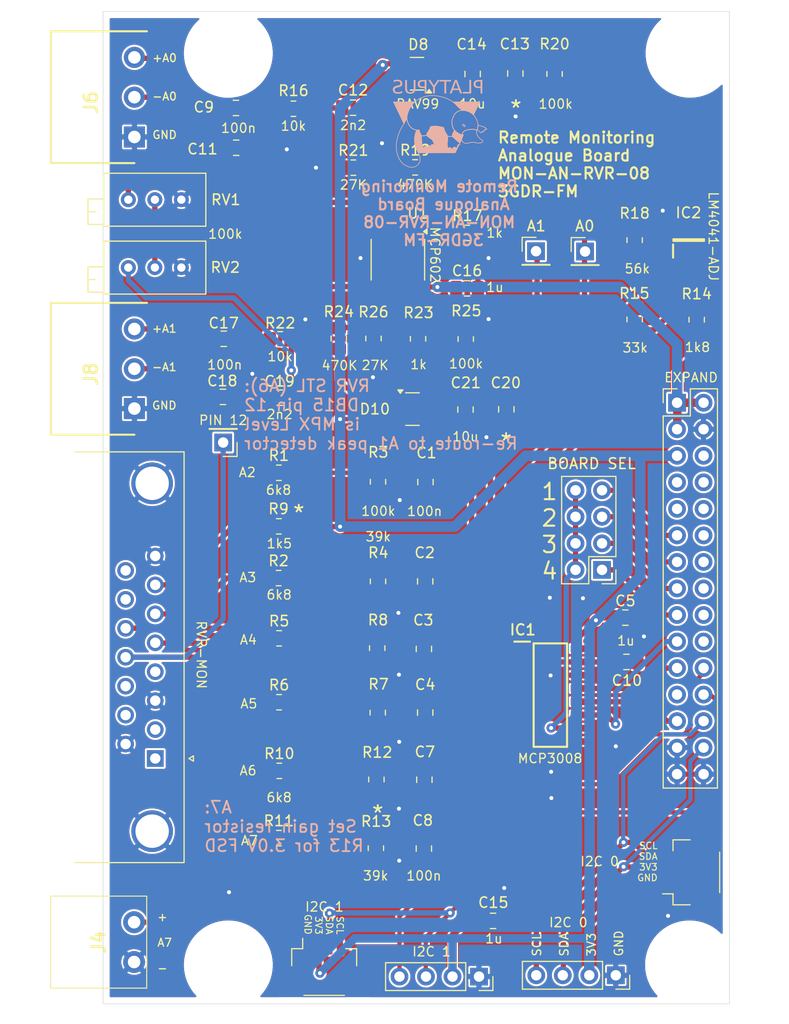
<source format=kicad_pcb>
(kicad_pcb (version 20241229) (generator "pcbnew") (generator_version "9.0")
  (layers (0 "F.Cu" signal) (2 "B.Cu" signal) (13 "F.Paste" user) (15 "B.Paste" user) (5 "F.SilkS" user "F.Silkscreen") (7 "B.SilkS" user "B.Silkscreen") (1 "F.Mask" user) (3 "B.Mask" user) (25 "Edge.Cuts" user))
  (net 0 "")
  (net 1 "/IN0")
  (net 2 "GND")
  (net 3 "/IN4")
  (net 4 "+3V3")
  (net 5 "/IN5")
  (net 6 "/IN1")
  (net 7 "/IN2")
  (net 8 "/IN6")
  (net 9 "/IN3")
  (net 10 "/IN7")
  (net 11 "/GP16")
  (net 12 "+5V")
  (net 13 "Net-(U1A-+)")
  (net 14 "/GP8")
  (net 15 "/GP5")
  (net 16 "/GP4")
  (net 17 "SDA_X")
  (net 18 "SCL_X")
  (net 19 "/GP21")
  (net 20 "/GP9")
  (net 21 "/GP1")
  (net 22 "/GP13")
  (net 23 "Net-(U1B-+)")
  (net 24 "/MOSI")
  (net 25 "/GP7")
  (net 26 "/GP6")
  (net 27 "/GP17")
  (net 28 "/GP11")
  (net 29 "/GP14")
  (net 30 "/GP12")
  (net 31 "/GP10")
  (net 32 "/SCK")
  (net 33 "Net-(C9-Pad1)")
  (net 34 "/VREF")
  (net 35 "/GP15")
  (net 36 "/MISO")
  (net 37 "/CS!")
  (net 38 "Net-(D8-Pad1)")
  (net 39 "Net-(D10-Pad1)")
  (net 40 "/GP18")
  (net 41 "/GP20")
  (net 42 "/GP19")
  (net 43 "Net-(IC2-FB)")
  (net 44 "TX:FWD")
  (net 45 "TX:AGC_RFL")
  (net 46 "TX:P_Good_OC")
  (net 47 "TX:ON")
  (net 48 "TX:IPA")
  (net 49 "TX:OFF")
  (net 50 "TX:VPA")
  (net 51 "TX:RFL")
  (net 52 "TX:AGC_FWD")
  (net 53 "TX:Interlock")
  (net 54 "/A7")
  (net 55 "/A0+")
  (net 56 "/A0-")
  (net 57 "/A1+")
  (net 58 "/A1-")
  (net 59 "Net-(R17-Pad1)")
  (net 60 "Net-(U1A--)")
  (net 61 "Net-(R23-Pad1)")
  (net 62 "Net-(U1B--)")
  (net 63 "Net-(C12-Pad1)")
  (net 64 "Net-(C17-Pad1)")
  (net 65 "Net-(C19-Pad1)")
  (footprint "Connector_Dsub:DSUB-15_Female_Horizontal_P2.77x2.84mm_EdgePinOffset4.94mm_Housed_MountingHolesOffset7.48mm" (layer "F.Cu") (at 89.201 116.6104 -90)
    (property "Reference" "J3" (hide yes))
    (property "Value" "RVR-MON")
  )
  (footprint "Package_SO:SO-8_3.9x4.9mm_P1.27mm" (layer "F.Cu") (at 112.4458 68.8594 -90)
    (property "Reference" "U1")
    (property "Value" "MCP602")
  )
  (footprint "Resistor_SMD:R_0805_2012Metric_Pad1.20x1.40mm_HandSolder" (layer "F.Cu") (at 110.3392 125.1966 -90)
    (property "Reference" "R13")
    (property "Value" "39k")
  )
  (footprint "Capacitor_SMD:C_0805_2012Metric_Pad1.18x1.45mm_HandSolder" (layer "F.Cu") (at 134.3406 107.3658)
    (property "Reference" "C10")
    (property "Value" "1u")
  )
  (footprint "RP:MountingHole_3.5mm_no_fill" (layer "F.Cu") (at 140.3858 136.3726)
    (property "Reference" "H4" (hide yes))
    (property "Value" "MountingHole" (hide yes))
  )
  (footprint "Resistor_SMD:R_0805_2012Metric_Pad1.20x1.40mm_HandSolder" (layer "F.Cu") (at 135.128 66.9798 90)
    (property "Reference" "R18")
    (property "Value" "56k")
  )
  (footprint "Capacitor_SMD:C_0805_2012Metric_Pad1.18x1.45mm_HandSolder" (layer "F.Cu") (at 121.5644 132.1562)
    (property "Reference" "C15")
    (property "Value" "1u")
  )
  (footprint "Capacitor_SMD:C_0805_2012Metric_Pad1.18x1.45mm_HandSolder" (layer "F.Cu") (at 114.9835 118.6434 -90)
    (property "Reference" "C7")
    (property "Value" "100n" (hide yes))
  )
  (footprint "Resistor_SMD:R_0805_2012Metric_Pad1.20x1.40mm_HandSolder" (layer "F.Cu") (at 101.0874 117.794529)
    (property "Reference" "R10")
    (property "Value" "6k8" (hide yes))
  )
  (footprint "Capacitor_SMD:C_0805_2012Metric_Pad1.18x1.45mm_HandSolder" (layer "F.Cu") (at 96.9264 54.3306 180)
    (property "Reference" "C9")
    (property "Value" "100n" (hide yes))
  )
  (footprint "Resistor_SMD:R_0805_2012Metric_Pad1.20x1.40mm_HandSolder" (layer "F.Cu") (at 119.1006 66.294)
    (property "Reference" "R17")
    (property "Value" "1k")
  )
  (footprint "Resistor_SMD:R_0805_2012Metric_Pad1.20x1.40mm_HandSolder" (layer "F.Cu") (at 110.4669 106.045 -90)
    (property "Reference" "R8")
    (property "Value" "39k" (hide yes))
  )
  (footprint "Resistor_SMD:R_0805_2012Metric_Pad1.20x1.40mm_HandSolder" (layer "F.Cu") (at 110.5154 112.2172 -90)
    (property "Reference" "R7")
    (property "Value" "39k" (hide yes))
  )
  (footprint "Capacitor_SMD:C_0805_2012Metric_Pad1.18x1.45mm_HandSolder" (layer "F.Cu") (at 114.9373 106.1212 -90)
    (property "Reference" "C3")
    (property "Value" "100n" (hide yes))
  )
  (footprint "Capacitor_SMD:C_0805_2012Metric_Pad1.18x1.45mm_HandSolder" (layer "F.Cu") (at 118.9228 83.2104 90)
    (property "Reference" "C21")
    (property "Value" "10u")
  )
  (footprint "RP:K3EDG" (layer "F.Cu") (at 87.201 57.1104 90)
    (property "Reference" "J6")
    (property "Value" "A0" (hide yes))
  )
  (footprint "Potentiometer_THT:Potentiometer_Bourns_3296X_Horizontal" (layer "F.Cu") (at 91.701 63.1104)
    (property "Reference" "RV1")
    (property "Value" "100k")
  )
  (footprint "Resistor_SMD:R_0805_2012Metric_Pad1.20x1.40mm_HandSolder" (layer "F.Cu") (at 106.7816 76.4032 -90)
    (property "Reference" "R24")
    (property "Value" "470K")
  )
  (footprint "Capacitor_SMD:C_0805_2012Metric_Pad1.18x1.45mm_HandSolder" (layer "F.Cu") (at 119.0752 71.6026)
    (property "Reference" "C16")
    (property "Value" "1u")
  )
  (footprint "Capacitor_SMD:C_0805_2012Metric_Pad1.18x1.45mm_HandSolder" (layer "F.Cu") (at 122.8344 83.185 90)
    (property "Reference" "C20")
    (property "Value" "*" (hide yes))
  )
  (footprint "Resistor_SMD:R_0805_2012Metric_Pad1.20x1.40mm_HandSolder" (layer "F.Cu") (at 101.062 111.226129)
    (property "Reference" "R6")
    (property "Value" "6k8" (hide yes))
  )
  (footprint "RP:JST_SH_SM04B-SRSS-TB_1x04-1MP_P1.00mm_Horizontal_wide_MP" (layer "F.Cu") (at 105.3846 136.6012)
    (property "Reference" "CON4" (hide yes))
    (property "Value" "I2C 1")
  )
  (footprint "Connector_PinHeader_2.54mm:PinHeader_2x15_P2.54mm_Vertical" (layer "F.Cu") (at 139.192 82.55)
    (property "Reference" "J1" (hide yes))
    (property "Value" "EXPAND")
  )
  (footprint "Resistor_SMD:R_0805_2012Metric_Pad1.20x1.40mm_HandSolder" (layer "F.Cu") (at 141.0716 74.5998 90)
    (property "Reference" "R14")
    (property "Value" "1k8")
  )
  (footprint "Resistor_SMD:R_0805_2012Metric_Pad1.20x1.40mm_HandSolder" (layer "F.Cu") (at 110.5408 90.1153 -90)
    (property "Reference" "R3")
    (property "Value" "100k")
  )
  (footprint "Capacitor_SMD:C_0805_2012Metric_Pad1.18x1.45mm_HandSolder" (layer "F.Cu") (at 108.1532 54.3052)
    (property "Reference" "C12")
    (property "Value" "2n2")
  )
  (footprint "Connector_PinHeader_2.54mm:PinHeader_1x01_P2.54mm_Vertical" (layer "F.Cu") (at 95.7072 86.36 180)
    (property "Reference" "J2" (hide yes))
    (property "Value" "PIN 12")
  )
  (footprint "Capacitor_SMD:C_0805_2012Metric_Pad1.18x1.45mm_HandSolder" (layer "F.Cu") (at 96.9518 58.1406)
    (property "Reference" "C11")
    (property "Value" "100n")
  )
  (footprint "Resistor_SMD:R_0805_2012Metric_Pad1.20x1.40mm_HandSolder" (layer "F.Cu") (at 110.5408 99.654871 -90)
    (property "Reference" "R4")
    (property "Value" "39k")
  )
  (footprint "RP:K2EDG" (layer "F.Cu") (at 87.1728 136.0932 90)
    (property "Reference" "J4")
    (property "Value" "A7" (hide yes))
  )
  (footprint "Resistor_SMD:R_0805_2012Metric_Pad1.20x1.40mm_HandSolder" (layer "F.Cu") (at 101.0158 99.3394)
    (property "Reference" "R2")
    (property "Value" "6k8")
  )
  (footprint "Resistor_SMD:R_0805_2012Metric_Pad1.20x1.40mm_HandSolder" (layer "F.Cu") (at 135.128 74.5744 90)
    (property "Reference" "R15")
    (property "Value" "33k")
  )
  (footprint "Package_TO_SOT_SMD:SOT-23" (layer "F.Cu") (at 113.8428 83.1596)
    (property "Reference" "D10")
    (property "Value" "BAV99" (hide yes))
  )
  (footprint "Resistor_SMD:R_0805_2012Metric_Pad1.20x1.40mm_HandSolder" (layer "F.Cu") (at 101.0666 105.1052)
    (property "Reference" "R5")
    (property "Value" "6k8" (hide yes))
  )
  (footprint "Capacitor_SMD:C_0805_2012Metric_Pad1.18x1.45mm_HandSolder" (layer "F.Cu") (at 119.6086 51.0794 90)
    (property "Reference" "C14")
    (property "Value" "10u")
  )
  (footprint "Capacitor_SMD:C_0805_2012Metric_Pad1.18x1.45mm_HandSolder" (layer "F.Cu") (at 115.062 112.2172 -90)
    (property "Reference" "C4")
    (property "Value" "100n" (hide yes))
  )
  (footprint "Capacitor_SMD:C_0805_2012Metric_Pad1.18x1.45mm_HandSolder" (layer "F.Cu") (at 123.698 51.0286 90)
    (property "Reference" "C13")
    (property "Value" "*" (hide yes))
  )
  (footprint "Connector_PinHeader_2.54mm:PinHeader_2x04_P2.54mm_Vertical" (layer "F.Cu") (at 132.0038 98.552 180)
    (property "Reference" "J5" (hide yes))
    (property "Value" "BOARD_SEL" (hide yes))
  )
  (footprint "RP:JST_SH_SM04B-SRSS-TB_1x04-1MP_P1.00mm_Horizontal_wide_MP" (layer "F.Cu") (at 140.589 127.508 90)
    (property "Reference" "CON2" (hide yes))
    (property "Value" "I2C 0")
  )
  (footprint "Resistor_SMD:R_0805_2012Metric_Pad1.20x1.40mm_HandSolder" (layer "F.Cu") (at 101.0412 94.3864 180)
    (property "Reference" "R9")
    (property "Value" "1k5")
  )
  (footprint "Package_TO_SOT_SMD:SOT-23" (layer "F.Cu") (at 114.2746 51.054 180)
    (property "Reference" "D8")
    (property "Value" "BAV99")
  )
  (footprint "SamacSys_Parts:SOT95P237X112-3N" (layer "F.Cu") (at 140.3096 66.9798 90)
    (property "Reference" "IC2")
    (property "Value" "LM4041-ADJ")
  )
  (footprint "RP:MountingHole_3.5mm_no_fill" (layer "F.Cu") (at 140.4366 49.0926)
    (property "Reference" "H2" (hide yes))
    (property "Value" "MountingHole" (hide yes))
  )
  (footprint "Capacitor_SMD:C_0805_2012Metric_Pad1.18x1.45mm_HandSolder" (layer "F.Cu") (at 101.1174 82.0674 180)
    (property "Reference" "C19")
    (property "Value" "2n2")
  )
  (footprint "Capacitor_SMD:C_0805_2012Metric_Pad1.18x1.45mm_HandSolder" (layer "F.Cu") (at 115.062 99.654871 -90)
    (property "Reference" "C2")
    (property "Value" "100n" (hide yes))
  )
  (footprint "Connector_PinHeader_2.54mm:PinHeader_1x01_P2.54mm_Vertical" (layer "F.Cu") (at 130.3782 68.072)
    (property "Reference" "J7" (hide yes))
    (property "Value" "A0")
  )
  (footprint "Resistor_SMD:R_0805_2012Metric_Pad1.20x1.40mm_HandSolder" (layer "F.Cu") (at 127.4572 51.0794 90)
    (property "Reference" "R20")
    (property "Value" "100k")
  )
  (footprint "Resistor_SMD:R_0805_2012Metric_Pad1.20x1.40mm_HandSolder" (layer "F.Cu") (at 114.3762 76.4286 -90)
    (property "Reference" "R23")
    (property "Value" "1k")
  )
  (footprint "Resistor_SMD:R_0805_2012Metric_Pad1.20x1.40mm_HandSolder" (layer "F.Cu") (at 101.0405 124.230929)
    (property "Reference" "R11")
    (property "Value" "6k8")
  )
  (footprint "Resistor_SMD:R_0805_2012Metric_Pad1.20x1.40mm_HandSolder" (layer "F.Cu") (at 108.1786 60.0456)
    (property "Reference" "R21")
    (property "Value" "27K")
  )
  (footprint "Capacitor_SMD:C_0805_2012Metric_Pad1.18x1.45mm_HandSolder" (layer "F.Cu") (at 134.239 103.124)
    (property "Reference" "C5")
    (property "Value" "1u" (hide yes))
  )
  (footprint "Connector_PinHeader_2.54mm:PinHeader_1x01_P2.54mm_Vertical" (layer "F.Cu") (at 125.6792 68.0466)
    (property "Reference" "J9" (hide yes))
    (property "Value" "A1")
  )
  (footprint "Resistor_SMD:R_0805_2012Metric_Pad1.20x1.40mm_HandSolder" (layer "F.Cu") (at 110.3861 118.618 -90)
    (property "Reference" "R12")
    (property "Value" "39k" (hide yes))
  )
  (footprint "Capacitor_SMD:C_0805_2012Metric_Pad1.18x1.45mm_HandSolder" (layer "F.Cu") (at 115.0874 90.1446 -90)
    (property "Reference" "C1")
    (property "Value" "100n")
  )
  (footprint "Potentiometer_THT:Potentiometer_Bourns_3296X_Horizontal" (layer "F.Cu") (at 91.701 69.6104)
    (property "Reference" "RV2")
    (property "Value" "100k" (hide yes))
  )
  (footprint "Capacitor_SMD:C_0805_2012Metric_Pad1.18x1.45mm_HandSolder" (layer "F.Cu") (at 95.758 76.4286 180)
    (property "Reference" "C17")
    (property "Value" "100n" (hide yes))
  )
  (footprint "RP:MountingHole_3.5mm_no_fill" (layer "F.Cu") (at 96.201 49.0926)
    (property "Reference" "H1" (hide yes))
    (property "Value" "MountingHole" (hide yes))
  )
  (footprint "RP:MountingHole_3.5mm_no_fill" (layer "F.Cu") (at 96.201 136.3726)
    (property "Reference" "H3" (hide yes))
    (property "Value" "MountingHole" (hide yes))
  )
  (footprint "RP:K3EDG" (layer "F.Cu") (at 87.201 83.1104 90)
    (property "Reference" "J8")
    (property "Value" "A1" (hide yes))
  )
  (footprint "Capacitor_SMD:C_0805_2012Metric_Pad1.18x1.45mm_HandSolder" (layer "F.Cu") (at 114.9366 125.2322 -90)
    (property "Reference" "C8")
    (property "Value" "100n")
  )
  (footprint "Connector_PinSocket_2.54mm:PinSocket_1x04_P2.54mm_Vertical" (layer "F.Cu") (at 133.3246 137.3632 -90)
    (property "Reference" "CON1" (hide yes))
    (property "Value" "I2C 0")
  )
  (footprint "Resistor_SMD:R_0805_2012Metric_Pad1.20x1.40mm_HandSolder" (layer "F.Cu") (at 114.0968 60.0202)
    (property "Reference" "R19")
    (property "Value" "470K")
  )
  (footprint "Resistor_SMD:R_0805_2012Metric_Pad1.20x1.40mm_HandSolder" (layer "F.Cu") (at 102.4382 54.4068)
    (property "Reference" "R16")
    (property "Value" "10k")
  )
  (footprint "Capacitor_SMD:C_0805_2012Metric_Pad1.18x1.45mm_HandSolder" (layer "F.Cu") (at 95.6818 81.9912)
    (property "Reference" "C18")
    (property "Value" "100n")
  )
  (footprint "Resistor_SMD:R_0805_2012Metric_Pad1.20x1.40mm_HandSolder" (layer "F.Cu") (at 118.9482 76.454 -90)
    (property "Reference" "R25")
    (property "Value" "100k")
  )
  (footprint "Resistor_SMD:R_0805_2012Metric_Pad1.20x1.40mm_HandSolder" (layer "F.Cu") (at 101.1682 76.4794)
    (property "Reference" "R22")
    (property "Value" "10k")
  )
  (footprint "Resistor_SMD:R_0805_2012Metric_Pad1.20x1.40mm_HandSolder" (layer "F.Cu") (at 101.0412 89.2556)
    (property "Reference" "R1")
    (property "Value" "6k8")
  )
  (footprint "SamacSys_Parts:SOIC127P600X175-16N" (layer "F.Cu") (at 127.0508 110.5408)
    (property "Reference" "IC1")
    (property "Value" "MCP3008")
  )
  (footprint "Resistor_SMD:R_0805_2012Metric_Pad1.20x1.40mm_HandSolder" (layer "F.Cu") (at 110.109 76.4032 90)
    (property "Reference" "R26")
    (property "Value" "27K")
  )
  (footprint "Connector_PinSocket_2.54mm:PinSocket_1x04_P2.54mm_Vertical" (layer "F.Cu") (at 120.2182 137.4902 -90)
    (property "Reference" "CON3" (hide yes))
    (property "Value" "I2C 1")
  )
  (gr_poly (pts (xy 114.691055 56.983768) (xy 114.691053 56.983768) (xy 114.691055 56.983768)) (stroke (width 0.066145) (color 0 255 0 1)) (fill no) (layer "B.SilkS"))
  (gr_poly (pts (xy 119.613625 56.377205) (xy 119.698734 56.38324) (xy 119.777184 56.394009) (xy 119.795162 56.397406) (xy 119.812058 56.401041) (xy 119.827906 56.404916) (xy 119.84274 56.409035) (xy 119.856591 56.413402) (xy 119.869492 56.418019) (xy 119.881478 56.422889) (xy 119.89258 56.428016) (xy 119.902832 56.433403) (xy 119.912267 56.439053) (xy 119.920918 56.44497) (xy 119.928817 56.451156) (xy 119.935998 56.457615) (xy 119.942493 56.464349) (xy 119.948337 56.471363) (xy 119.953561 56.47866) (xy 119.958198 56.486241) (xy 119.962282 56.494112) (xy 119.965846 56.502274) (xy 119.968923 56.510732) (xy 119.971545 56.519488) (xy 119.973745 56.528545) (xy 119.977014 56.547578) (xy 119.978993 56.567855) (xy 119.979945 56.589402) (xy 119.980136 56.612245) (xy 119.979828 56.63641) (xy 119.980267 56.670846) (xy 119.984392 56.70913) (xy 119.992197 56.750715) (xy 120.003673 56.795058) (xy 120.018815 56.841611) (xy 120.037614 56.889829) (xy 120.060063 56.939168) (xy 120.086155 56.989081) (xy 120.115882 57.039024) (xy 120.149237 57.08845) (xy 120.186213 57.136815) (xy 120.226802 57.183573) (xy 120.270997 57.228178) (xy 120.294445 57.249503) (xy 120.318791 57.270085) (xy 120.344036 57.289857) (xy 120.370177 57.308749) (xy 120.397214 57.326694) (xy 120.425146 57.343624) (xy 120.425147 57.343624) (xy 120.425148 57.343625) (xy 120.425148 57.343626) (xy 120.425149 57.343626) (xy 120.42515 57.343628) (xy 120.42515 57.343629) (xy 120.425151 57.34363) (xy 120.425152 57.34363) (xy 120.425152 57.343631) (xy 120.425153 57.343631) (xy 120.425153 57.343632) (xy 120.425154 57.343632) (xy 120.460468 57.365535) (xy 120.49098 57.387166) (xy 120.516828 57.408471) (xy 120.538149 57.429397) (xy 120.555082 57.449891) (xy 120.567765 57.4699) (xy 120.576334 57.489371) (xy 120.580929 57.508251) (xy 120.581687 57.526487) (xy 120.578746 57.544025) (xy 120.572243 57.560813) (xy 120.562317 57.576798) (xy 120.549106 57.591926) (xy 120.532747 57.606144) (xy 120.513379 57.6194) (xy 120.491139 57.631639) (xy 120.466165 57.64281) (xy 120.438595 57.652859) (xy 120.376218 57.669378) (xy 120.305112 57.680773) (xy 120.22638 57.686617) (xy 120.141124 57.686488) (xy 120.050448 57.67996) (xy 119.955456 57.666608) (xy 119.857249 57.646007) (xy 119.825838 57.638811) (xy 119.795387 57.63265) (xy 119.765872 57.627477) (xy 119.737271 57.623246) (xy 119.70956 57.619907) (xy 119.682716 57.617414) (xy 119.656718 57.615719) (xy 119.631541 57.614774) (xy 119.607163 57.614532) (xy 119.583561 57.614946) (xy 119.538594 57.617547) (xy 119.496456 57.622199) (xy 119.456964 57.62852) (xy 119.419934 57.636129) (xy 119.385184 57.644646) (xy 119.35253 57.65369) (xy 119.321789 57.662881) (xy 119.265314 57.680178) (xy 119.239212 57.687524) (xy 119.214291 57.693493) (xy 119.180768 57.69973) (xy 119.146879 57.705205) (xy 119.112727 57.709744) (xy 119.078412 57.71317) (xy 119.04404 57.715308) (xy 119.009711 57.715982) (xy 118.975529 57.715015) (xy 118.941596 57.712233) (xy 118.908015 57.70746) (xy 118.874888 57.70052) (xy 118.842319 57.691237) (xy 118.810408 57.679435) (xy 118.794733 57.672534) (xy 118.779261 57.664939) (xy 118.764005 57.656625) (xy 118.748977 57.647572) (xy 118.734192 57.637758) (xy 118.719662 57.62716) (xy 118.705399 57.615757) (xy 118.691416 57.603527) (xy 118.671031 57.584471) (xy 118.652525 57.5657) (xy 118.635846 57.547177) (xy 118.620939 57.528864) (xy 118.607748 57.510726) (xy 118.59622 57.492725) (xy 118.5863 57.474823) (xy 118.577933 57.456984) (xy 118.571065 57.439171) (xy 118.565642 57.421346) (xy 118.561608 57.403473) (xy 118.55891 57.385514) (xy 118.557492 57.367432) (xy 118.557301 57.349191) (xy 118.558282 57.330753) (xy 118.56038 57.312081) (xy 118.563541 57.293139) (xy 118.56771 57.273888) (xy 118.578855 57.234315) (xy 118.593378 57.193065) (xy 118.610845 57.149842) (xy 118.652862 57.056291) (xy 118.701416 56.95129) (xy 118.703175 56.94642) (xy 118.704256 56.941647) (xy 118.704701 56.936966) (xy 118.704549 56.932371) (xy 118.703842 56.927856) (xy 118.702621 56.923416) (xy 118.700926 56.919046) (xy 118.698798 56.91474) (xy 118.696278 56.910492) (xy 118.693407 56.906298) (xy 118.690225 56.902151) (xy 118.686773 56.898046) (xy 118.679223 56.889941) (xy 118.671083 56.881939) (xy 118.654338 56.866066) (xy 118.646385 56.858108) (xy 118.639146 56.850076) (xy 118.635897 56.846019) (xy 118.632948 56.841928) (xy 118.630342 56.837796) (xy 118.628118 56.833619) (xy 118.626317 56.82939) (xy 118.62498 56.825104) (xy 118.624148 56.820757) (xy 118.623862 56.816341) (xy 118.626482 56.78305) (xy 118.633269 56.751115) (xy 118.644022 56.720529) (xy 118.65854 56.691288) (xy 118.676622 56.663384) (xy 118.698067 56.636813) (xy 118.722674 56.611568) (xy 118.750242 56.587643) (xy 118.780568 56.565032) (xy 118.813454 56.543729) (xy 118.886095 56.505024) (xy 118.966557 56.471481) (xy 119.053231 56.443052) (xy 119.144508 56.41969) (xy 119.238778 56.401346) (xy 119.334434 56.387973) (xy 119.429867 56.379523) (xy 119.523467 56.37595)) (stroke (width 0.066145) (color 0 255 0 1)) (fill no) (layer "B.SilkS"))
  (gr_poly (pts (xy 114.059497 53.743191) (xy 114.059489 53.743191) (xy 114.059497 53.743184)) (stroke (width 0.053477) (color 155 102 87 1)) (fill yes) (layer "B.SilkS"))
  (gr_poly (pts (xy 115.209761 56.957682) (xy 115.218821 56.971277) (xy 115.238964 56.997628) (xy 115.2616 57.022984) (xy 115.286479 57.04749) (xy 115.313351 57.071294) (xy 115.341968 57.094541) (xy 115.37208 57.117378) (xy 115.403438 57.139952) (xy 115.536345 57.230539) (xy 115.603796 57.278059) (xy 115.636899 57.302888) (xy 115.669253 57.328625) (xy 115.684783 57.342074) (xy 115.699935 57.356591) (xy 115.714701 57.372089) (xy 115.729071 57.388478) (xy 115.756579 57.42358) (xy 115.782379 57.461188) (xy 115.806391 57.500598) (xy 115.828534 57.541103) (xy 115.848727 57.581996) (xy 115.86689 57.62257) (xy 115.882943 57.662119) (xy 115.896804 57.699937) (xy 115.908393 57.735317) (xy 115.917629 57.767552) (xy 115.924433 57.795936) (xy 115.928723 57.819763) (xy 115.930418 57.838326) (xy 115.930268 57.845412) (xy 115.929439 57.850918) (xy 115.927266 57.855186) (xy 115.924518 57.858653) (xy 115.92122 57.861363) (xy 115.917399 57.863364) (xy 115.913079 57.864702) (xy 115.908286 57.865424) (xy 115.903046 57.865577) (xy 115.897384 57.865208) (xy 115.8849 57.863088) (xy 115.871037 57.859437) (xy 115.856002 57.85463) (xy 115.84 57.84904) (xy 115.805913 57.837003) (xy 115.788239 57.831303) (xy 115.770419 57.826313) (xy 115.752657 57.822407) (xy 115.73516 57.819959) (xy 115.726574 57.819398) (xy 115.718131 57.819341) (xy 115.709857 57.819835) (xy 115.701777 57.820927) (xy 115.694156 57.823004) (xy 115.687223 57.825922) (xy 115.680945 57.829625) (xy 115.675293 57.834061) (xy 115.670234 57.839176) (xy 115.665737 57.844917) (xy 115.661772 57.851229) (xy 115.658307 57.85806) (xy 115.655311 57.865356) (xy 115.652753 57.873064) (xy 115.650602 57.881129) (xy 115.648827 57.889498) (xy 115.646278 57.906935) (xy 115.644858 57.924948) (xy 115.644317 57.943106) (xy 115.644407 57.960983) (xy 115.645482 57.994178) (xy 115.646089 58.021106) (xy 115.645594 58.03115) (xy 115.644234 58.038341) (xy 115.641757 58.039991) (xy 115.639021 58.040759) (xy 115.636031 58.040701) (xy 115.63279 58.039874) (xy 115.629304 58.038333) (xy 115.625577 58.036134) (xy 115.617418 58.029986) (xy 115.60835 58.021875) (xy 115.59841 58.012249) (xy 115.57606 57.990237) (xy 115.563724 57.978744) (xy 115.550662 57.967522) (xy 115.536911 57.957018) (xy 115.529788 57.952174) (xy 115.522507 57.947677) (xy 115.515072 57.943583) (xy 115.507488 57.939948) (xy 115.499759 57.936826) (xy 115.49189 57.934275) (xy 115.483885 57.93235) (xy 115.47575 57.931107) (xy 115.467488 57.930601) (xy 115.459104 57.930889) (xy 115.450679 57.932264) (xy 115.442747 57.934478) (xy 115.435287 57.937476) (xy 115.428281 57.941204) (xy 115.421706 57.945607) (xy 115.415544 57.950631) (xy 115.409774 57.956221) (xy 115.404377 57.962323) (xy 115.399331 57.968883) (xy 115.394616 57.975846) (xy 115.390213 57.983158) (xy 115.386102 57.990764) (xy 115.378672 58.00664) (xy 115.372166 58.02304) (xy 115.366422 58.039527) (xy 115.36128 58.055667) (xy 115.352152 58.085162) (xy 115.347845 58.097646) (xy 115.343494 58.10804) (xy 115.341251 58.112317) (xy 115.338937 58.115908) (xy 115.336531 58.118759) (xy 115.334014 58.120815) (xy 115.3304 58.122633) (xy 115.326592 58.122998) (xy 115.322586 58.122011) (xy 115.318378 58.119771) (xy 115.313965 58.116377) (xy 115.309343 58.111931) (xy 115.299458 58.100276) (xy 115.250829 58.031476) (xy 115.236254 58.01272) (xy 115.220652 57.994938) (xy 115.212457 57.986661) (xy 115.203994 57.978927) (xy 115.195261 57.971836) (xy 115.186252 57.965486) (xy 115.176965 57.959979) (xy 115.167396 57.955413) (xy 115.157541 57.951889) (xy 115.147396 57.949506) (xy 115.136959 57.948364) (xy 115.126224 57.948562) (xy 115.115189 57.950201) (xy 115.10385 57.95338) (xy 115.092881 57.957763) (xy 115.082477 57.962903) (xy 115.072615 57.96874) (xy 115.063274 57.975212) (xy 115.054431 57.982257) (xy 115.046065 57.989812) (xy 115.038153 57.997818) (xy 115.030673 58.00621) (xy 115.023604 58.014929) (xy 115.016923 58.023912) (xy 115.004639 58.042422) (xy 114.993644 58.061247) (xy 114.983764 58.079893) (xy 114.966643 58.11467) (xy 114.959049 58.129812) (xy 114.951867 58.142798) (xy 114.948374 58.148328) (xy 114.944918 58.153134) (xy 114.941477 58.157153) (xy 114.938029 58.160325) (xy 114.934551 58.162586) (xy 114.931022 58.163877) (xy 114.92742 58.164134) (xy 114.923722 58.163296) (xy 114.903549 58.1525) (xy 114.884745 58.137611) (xy 114.867255 58.11887) (xy 114.851026 58.096519) (xy 114.836005 58.070798) (xy 114.822138 58.041949) (xy 114.797652 57.975829) (xy 114.777139 57.90009) (xy 114.760169 57.81666) (xy 114.746315 57.727468) (xy 114.735147 57.634443) (xy 114.719155 57.444613) (xy 114.708762 57.262601) (xy 114.700539 57.103842) (xy 114.691055 56.983768) (xy 114.728338 56.986229) (xy 114.76511 56.987995) (xy 114.801325 56.989072) (xy 114.836939 56.989468) (xy 114.871907 56.989191) (xy 114.906187 56.988248) (xy 114.939734 56.986646) (xy 114.972504 56.984392) (xy 115.004454 56.981494) (xy 115.035538 56.977959) (xy 115.065713 56.973795) (xy 115.094936 56.969008) (xy 115.123162 56.963606) (xy 115.150347 56.957596) (xy 115.176447 56.950986) (xy 115.201418 56.943783)) (stroke (width 0.066145) (color 0 255 0 1)) (fill no) (layer "B.SilkS"))
  (gr_poly (pts (xy 113.983526 53.815254) (xy 113.912552 53.889457) (xy 113.846393 53.965538) (xy 113.784865 54.043246) (xy 113.727786 54.122327) (xy 113.674972 54.202528) (xy 113.626241 54.283597) (xy 113.58141 54.365281) (xy 113.540295 54.447327) (xy 113.502715 54.529483) (xy 113.468485 54.611494) (xy 113.437422 54.693109) (xy 113.409345 54.774075) (xy 113.384069 54.854139) (xy 113.361413 54.933047) (xy 113.341192 55.010548) (xy 113.333715 55.043129) (xy 113.327378 55.075629) (xy 113.322133 55.10804) (xy 113.317931 55.14035) (xy 113.314723 55.172553) (xy 113.31246 55.204637) (xy 113.311093 55.236593) (xy 113.310573 55.268414) (xy 113.298102 55.30366) (xy 113.284643 55.338672) (xy 113.270239 55.373495) (xy 113.254935 55.408181) (xy 113.238773 55.442777) (xy 113.221798 55.477331) (xy 113.185582 55.54651) (xy 113.146637 55.616107) (xy 113.105313 55.686511) (xy 113.016924 55.831295) (xy 112.016208 53.746541) (xy 114.059489 53.743191)) (stroke (width 0.053477) (color 155 102 87 1)) (fill yes) (layer "B.SilkS"))
  (gr_poly (pts (xy 115.787462 53.142072) (xy 115.913367 53.148371) (xy 116.045106 53.159814) (xy 116.181712 53.176549) (xy 116.322218 53.198728) (xy 116.465655 53.226501) (xy 116.611057 53.260016) (xy 116.757455 53.299426) (xy 116.903883 53.344879) (xy 117.049373 53.396526) (xy 117.192957 53.454517) (xy 117.333668 53.519001) (xy 117.470538 53.59013) (xy 117.526698 53.622403) (xy 117.579905 53.655) (xy 117.630344 53.687879) (xy 117.6782 53.721) (xy 117.766902 53.787799) (xy 117.847486 53.855063) (xy 117.92143 53.922458) (xy 117.99021 53.989652) (xy 118.118187 54.122104) (xy 118.180338 54.186696) (xy 118.243233 54.249753) (xy 118.308348 54.310944) (xy 118.377161 54.369935) (xy 118.451149 54.426393) (xy 118.490545 54.453568) (xy 118.531788 54.479985) (xy 118.575063 54.505601) (xy 118.620555 54.530377) (xy 118.668449 54.554269) (xy 118.718928 54.577237) (xy 118.663407 54.570096) (xy 118.609421 54.566386) (xy 118.556967 54.565961) (xy 118.506042 54.56868) (xy 118.456641 54.574399) (xy 118.408761 54.582974) (xy 118.362398 54.594263) (xy 118.317548 54.608122) (xy 118.274209 54.624408) (xy 118.232376 54.642978) (xy 118.192045 54.663688) (xy 118.153213 54.686396) (xy 118.115876 54.710958) (xy 118.080031 54.73723) (xy 118.045673 54.765071) (xy 118.0128 54.794336) (xy 117.951492 54.856566) (xy 117.896076 54.922775) (xy 117.846524 54.991818) (xy 117.802807 55.062548) (xy 117.764894 55.13382) (xy 117.732756 55.204488) (xy 117.706365 55.273406) (xy 117.685691 55.339428) (xy 117.667347 55.408999) (xy 117.651873 55.478976) (xy 117.639499 55.549298) (xy 117.630456 55.619901) (xy 117.624975 55.690724) (xy 117.623288 55.761705) (xy 117.625624 55.83278) (xy 117.632215 55.903889) (xy 117.643292 55.974968) (xy 117.659085 56.045956) (xy 117.679825 56.11679) (xy 117.705744 56.187407) (xy 117.737073 56.257747) (xy 117.774041 56.327746) (xy 117.81688 56.397342) (xy 117.865821 56.466473) (xy 117.848153 56.506012) (xy 117.830023 56.542535) (xy 117.811674 56.576598) (xy 117.793346 56.608758) (xy 117.757725 56.669593) (xy 117.740915 56.699381) (xy 117.725094 56.729491) (xy 117.710505 56.76048) (xy 117.697389 56.792904) (xy 117.691459 56.809827) (xy 117.685988 56.827319) (xy 117.681006 56.845447) (xy 117.676544 56.864282) (xy 117.672632 56.883892) (xy 117.669299 56.904349) (xy 117.666577 56.92572) (xy 117.664495 56.948077) (xy 117.663083 56.971487) (xy 117.662373 56.996022) (xy 117.662393 57.02175) (xy 117.663175 57.04874) (xy 117.602438 57.054659) (xy 117.547858 57.059053) (xy 117.496679 57.061573) (xy 117.471503 57.06202) (xy 117.446144 57.061866) (xy 117.420258 57.061067) (xy 117.393499 57.05958) (xy 117.365524 57.057361) (xy 117.335987 57.054365) (xy 117.304545 57.050549) (xy 117.270853 57.045869) (xy 117.19534 57.033741) (xy 117.185801 57.006467) (xy 117.175521 56.979899) (xy 117.153005 56.928655) (xy 117.128319 56.879565) (xy 117.101992 56.83218) (xy 117.07455 56.786055) (xy 117.046522 56.740742) (xy 116.990819 56.650769) (xy 116.964198 56.605215) (xy 116.939102 56.558688) (xy 116.916059 56.51074) (xy 116.895595 56.460925) (xy 116.886496 56.435178) (xy 116.878239 56.408797) (xy 116.870891 56.381726) (xy 116.864519 56.353909) (xy 116.859186 56.32529) (xy 116.854961 56.295814) (xy 116.851909 56.265425) (xy 116.850095 56.234066) (xy 116.807481 56.215289) (xy 116.753693 56.195843) (xy 116.690047 56.176228) (xy 116.617858 56.156946) (xy 116.538443 56.1385) (xy 116.453116 56.121389) (xy 116.363194 56.106116) (xy 116.269992 56.093183) (xy 116.174826 56.08309) (xy 116.079011 56.076339) (xy 115.983863 56.073432) (xy 115.890698 56.074871) (xy 115.800831 56.081156) (xy 115.715577 56.092789) (xy 115.636253 56.110272) (xy 115.599226 56.121364) (xy 115.564175 56.134106) (xy 115.564177 56.134113) (xy 115.541606 56.206242) (xy 115.515661 56.274678) (xy 115.487069 56.339591) (xy 115.456561 56.401155) (xy 115.424866 56.459542) (xy 115.392713 56.514923) (xy 115.329948 56.617357) (xy 115.274103 56.709834) (xy 115.250598 56.752769) (xy 115.231011 56.793731) (xy 115.21607 56.832891) (xy 115.21057 56.85185) (xy 115.206506 56.870423) (xy 115.203967 56.888632) (xy 115.203047 56.906498) (xy 115.203834 56.924043) (xy 115.206422 56.941288) (xy 115.104475 56.969246) (xy 115.050745 56.982756) (xy 115.022525 56.988881) (xy 114.993146 56.994391) (xy 114.962418 56.99914) (xy 114.930151 57.002981) (xy 114.896155 57.005767) (xy 114.860238 57.007353) (xy 114.822211 57.007591) (xy 114.781882 57.006336) (xy 114.739061 57.003441) (xy 114.693557 56.99876) (xy 114.692273 56.986764) (xy 114.68988 56.974217) (xy 114.686455 56.961138) (xy 114.682076 56.947546) (xy 114.670768 56.918906) (xy 114.65658 56.888454) (xy 114.640134 56.856348) (xy 114.622053 56.822744) (xy 114.58348 56.751674) (xy 114.564234 56.714522) (xy 114.545845 56.676503) (xy 114.528937 56.637774) (xy 114.514132 56.598492) (xy 114.507714 56.578693) (xy 114.502054 56.558814) (xy 114.497232 56.538877) (xy 114.493326 56.518899) (xy 114.490412 56.498901) (xy 114.48857 56.478903) (xy 114.487876 56.458924) (xy 114.488409 56.438984) (xy 114.451032 56.443604) (xy 114.415609 56.44713) (xy 114.381805 56.449521) (xy 114.349287 56.450738) (xy 114.317723 56.450739) (xy 114.286777 56.449484) (xy 114.256117 56.446934) (xy 114.22541 56.443047) (xy 114.194321 56.437785) (xy 114.162518 56.431105) (xy 114.129667 56.422968) (xy 114.095434 56.413334) (xy 114.059486 56.402163) (xy 114.02149 56.389414) (xy 113.981111 56.375046) (xy 113.938017 56.35902) (xy 113.907694 56.345958) (xy 113.876853 56.330253) (xy 113.845621 56.311983) (xy 113.814125 56.291231) (xy 113.782491 56.268075) (xy 113.750847 56.242597) (xy 113.719319 56.214875) (xy 113.688034 56.18499) (xy 113.65712 56.153022) (xy 113.626702 56.119051) (xy 113.596909 56.083158) (xy 113.567866 56.045422) (xy 113.539701 56.005923) (xy 113.51254 55.964742) (xy 113.486511 55.921958) (xy 113.46174 55.877652) (xy 113.438355 55.831904) (xy 113.416482 55.784793) (xy 113.396247 55.736401) (xy 113.377779 55.686806) (xy 113.361204 55.636089) (xy 113.346648 55.584331) (xy 113.334239 55.53161) (xy 113.324103 55.478008) (xy 113.316368 55.423604) (xy 113.31116 55.368479) (xy 113.308606 55.312712) (xy 113.308834 55.256384) (xy 113.311969 55.199574) (xy 113.318139 55.142363) (xy 113.327471 55.084831) (xy 113.340092 55.027058) (xy 113.376371 54.892651) (xy 113.420178 54.754569) (xy 113.472473 54.614115) (xy 113.534215 54.472592) (xy 113.606365 54.331303) (xy 113.689882 54.191552) (xy 113.785728 54.054642) (xy 113.838574 53.987659) (xy 113.894862 53.921875) (xy 113.954713 53.857453) (xy 114.018245 53.794556) (xy 114.08558 53.733346) (xy 114.156836 53.673987) (xy 114.232135 53.616641) (xy 114.311596 53.561471) (xy 114.39534 53.50864) (xy 114.483485 53.458311) (xy 114.576153 53.410648) (xy 114.673463 53.365812) (xy 114.775536 53.323967) (xy 114.88249 53.285275) (xy 114.994448 53.2499) (xy 115.111527 53.218004) (xy 115.233849 53.189751) (xy 115.361533 53.165303) (xy 115.454426 53.152531) (xy 115.557024 53.144302) (xy 115.668358 53.140765)) (stroke (width 0.066145) (color 0 255 0 1)) (fill no) (layer "B.SilkS"))
  (gr_poly (pts (xy 117.914292 56.500047) (xy 117.949234 56.53727) (xy 117.98652 56.573641) (xy 118.026198 56.609112) (xy 118.068315 56.643631) (xy 118.112921 56.67715) (xy 118.160062 56.709618) (xy 118.209788 56.740984) (xy 118.262147 56.771199) (xy 118.317187 56.800212) (xy 118.374956 56.827974) (xy 118.435502 56.854434) (xy 118.498874 56.879542) (xy 118.56512 56.903248) (xy 118.634288 56.925503) (xy 118.706426 56.946255) (xy 118.705976 56.951613) (xy 118.705896 56.952286) (xy 118.705798 56.952961) (xy 118.705678 56.953639) (xy 118.705533 56.954322) (xy 118.70536 56.955009) (xy 118.705153 56.955701) (xy 118.70491 56.956399) (xy 118.704626 56.957104) (xy 118.652775 57.06981) (xy 118.629706 57.121033) (xy 118.609211 57.169344) (xy 118.600087 57.192526) (xy 118.591794 57.215122) (xy 118.584397 57.23718) (xy 118.577957 57.258747) (xy 118.572538 57.279871) (xy 118.568203 57.3006) (xy 118.565014 57.32098) (xy 118.563034 57.341061) (xy 118.402968 57.670757) (xy 118.377124 57.724499) (xy 118.348349 57.690449) (xy 118.313817 57.653376) (xy 118.274306 57.613705) (xy 118.230594 57.571862) (xy 118.133679 57.483358) (xy 118.029295 57.391265) (xy 117.823013 57.209917) (xy 117.733562 57.127464) (xy 117.694982 57.089781) (xy 117.661649 57.055145) (xy 117.662167 57.055065) (xy 117.662768 57.054986) (xy 117.663343 57.054922) (xy 117.663907 57.05487) (xy 117.665052 57.054775) (xy 117.66566 57.054723) (xy 117.66631 57.054661) (xy 117.665565 57.027642) (xy 117.665652 57.001831) (xy 117.666536 56.977164) (xy 117.668182 56.953573) (xy 117.670555 56.930994) (xy 117.67362 56.909359) (xy 117.677342 56.888603) (xy 117.681687 56.868661) (xy 117.686619 56.849465) (xy 117.692103 56.830951) (xy 117.698105 56.813052) (xy 117.70459 56.795703) (xy 117.718866 56.762388) (xy 117.734653 56.730479) (xy 117.751672 56.699449) (xy 117.769642 56.66877) (xy 117.807321 56.606355) (xy 117.826469 56.573564) (xy 117.845452 56.539015) (xy 117.863989 56.502178) (xy 117.881801 56.462528) (xy 117.881644 56.462025)) (stroke (width 0.053477) (color 155 102 87 1)) (fill yes) (layer "B.SilkS"))
  (gr_poly (pts (xy 120.183419 55.986987) (xy 120.234464 56.006024) (xy 120.289636 56.02422) (xy 120.348007 56.042002) (xy 120.470639 56.078038) (xy 120.533045 56.097148) (xy 120.594941 56.117559) (xy 120.655401 56.139697) (xy 120.713498 56.163991) (xy 120.768303 56.190869) (xy 120.794182 56.205411) (xy 120.81889 56.22076) (xy 120.842312 56.236969) (xy 120.864332 56.254092) (xy 120.884834 56.272182) (xy 120.903702 56.291293) (xy 120.920819 56.311479) (xy 120.936071 56.332792) (xy 120.949342 56.355287) (xy 120.960514 56.379017) (xy 120.961802 56.38235) (xy 120.962403 56.384889) (xy 120.962349 56.386692) (xy 120.961672 56.387815) (xy 120.960403 56.388314) (xy 120.958573 56.388245) (xy 120.95336 56.386628) (xy 120.91642 56.368704) (xy 120.904427 56.36361) (xy 120.891837 56.359172) (xy 120.885397 56.357339) (xy 120.878902 56.355839) (xy 120.872385 56.354728) (xy 120.865876 56.354062) (xy 120.859407 56.353897) (xy 120.853011 56.354291) (xy 120.846718 56.355298) (xy 120.84056 56.356976) (xy 120.834569 56.359381) (xy 120.828776 56.362568) (xy 120.823213 56.366595) (xy 120.817911 56.371517) (xy 120.813041 56.377067) (xy 120.80873 56.382474) (xy 120.804952 56.387743) (xy 120.801681 56.392875) (xy 120.79889 56.397876) (xy 120.796553 56.402749) (xy 120.794642 56.407497) (xy 120.793132 56.412124) (xy 120.791996 56.416635) (xy 120.791206 56.421031) (xy 120.790738 56.425318) (xy 120.790563 56.429499) (xy 120.790656 56.433578) (xy 120.79099 56.437557) (xy 120.791538 56.441441) (xy 120.792274 56.445234) (xy 120.793171 56.448939) (xy 120.794203 56.45256) (xy 120.796565 56.459564) (xy 120.801735 56.472722) (xy 120.804118 56.478936) (xy 120.806084 56.484944) (xy 120.806843 56.487881) (xy 120.807419 56.490777) (xy 120.807784 56.493637) (xy 120.807911 56.496464) (xy 120.807885 56.498932) (xy 120.807353 56.500746) (xy 120.806335 56.501954) (xy 120.804852 56.502605) (xy 120.802926 56.502747) (xy 120.800578 56.502428) (xy 120.794698 56.500604) (xy 120.7585 56.484595) (xy 120.747123 56.480355) (xy 120.735153 56.476795) (xy 120.728998 56.475392) (xy 120.722758 56.474305) (xy 120.716454 56.473582) (xy 120.710106 56.473271) (xy 120.703737 56.473422) (xy 120.697366 56.474082) (xy 120.691016 56.475301) (xy 120.684707 56.477127) (xy 120.678461 56.479607) (xy 120.672297 56.482792) (xy 120.666239 56.486729) (xy 120.660305 56.491466) (xy 120.654576 56.496854) (xy 120.649557 56.502237) (xy 120.645213 56.50761) (xy 120.641506 56.512967) (xy 120.6384 56.518305) (xy 120.635858 56.523617) (xy 120.633844 56.528899) (xy 120.632321 56.534146) (xy 120.631253 56.539352) (xy 120.630602 56.544513) (xy 120.630332 56.549624) (xy 120.630407 56.554679) (xy 120.630789 56.559674) (xy 120.631443 56.564604) (xy 120.632331 56.569463) (xy 120.633417 56.574246) (xy 120.636036 56.583567) (xy 120.639007 56.592525) (xy 120.644832 56.609193) (xy 120.6471 56.616822) (xy 120.647945 56.620443) (xy 120.648547 56.623928) (xy 120.648871 56.627273) (xy 120.64888 56.630471) (xy 120.648538 56.633518) (xy 120.647806 56.63641) (xy 120.646324 56.639522) (xy 120.644248 56.641865) (xy 120.641612 56.643489) (xy 120.638454 56.644443) (xy 120.634808 56.644779) (xy 120.63071 56.644547) (xy 120.626196 56.643796) (xy 120.621303 56.642579) (xy 120.610517 56.638941) (xy 120.59864 56.634037) (xy 120.572752 56.622041) (xy 120.545927 56.60981) (xy 120.532877 56.604613) (xy 120.52045 56.600566) (xy 120.514559 56.599099) (xy 120.508932 56.59807) (xy 120.503603 56.597531) (xy 120.498608 56.59753) (xy 120.493984 56.598119) (xy 120.489766 56.599347) (xy 120.485989 56.601265) (xy 120.482689 56.603924) (xy 120.479569 56.607041) (xy 120.476765 56.610292) (xy 120.474256 56.613668) (xy 120.472019 56.617155) (xy 120.470033 56.620743) (xy 120.468276 56.624421) (xy 120.466728 56.628176) (xy 120.465366 56.631997) (xy 120.463117 56.639793) (xy 120.461354 56.647718) (xy 120.458604 56.663585) (xy 120.457271 56.671344) (xy 120.455737 56.678866) (xy 120.453829 56.686059) (xy 120.452681 56.689503) (xy 120.451375 56.69283) (xy 120.449889 56.69603) (xy 120.448202 56.69909) (xy 120.446293 56.701999) (xy 120.444139 56.704745) (xy 120.44172 56.707318) (xy 120.439013 56.709705) (xy 120.435998 56.711896) (xy 120.432652 56.713879) (xy 120.427365 56.715379) (xy 120.420933 56.715253) (xy 120.41343 56.713588) (xy 120.404927 56.710471) (xy 120.395497 56.705988) (xy 120.385212 56.700227) (xy 120.362368 56.685217) (xy 120.336972 56.666136) (xy 120.309606 56.643681) (xy 120.280846 56.618546) (xy 120.251273 56.591427) (xy 120.192003 56.534019) (xy 120.136426 56.47702) (xy 120.089176 56.425996) (xy 120.054884 56.386509) (xy 120.054869 56.386509) (xy 120.062695 56.365597) (xy 120.070217 56.343256) (xy 120.077424 56.319642) (xy 120.084305 56.294907) (xy 120.097044 56.242692) (xy 120.108347 56.187841) (xy 120.118124 56.131583) (xy 120.126289 56.075151) (xy 120.132753 56.019772) (xy 120.137427 55.966679)) (stroke (width 0.066145) (color 0 255 0 1)) (fill no) (layer "B.SilkS"))
  (gr_poly (pts (xy 118.702041 54.56494) (xy 118.761139 54.568112) (xy 118.820492 54.573846) (xy 118.879974 54.58214) (xy 118.939457 54.592991) (xy 118.998815 54.606395) (xy 119.057923 54.622349) (xy 119.116653 54.64085) (xy 119.174879 54.661894) (xy 119.232475 54.685479) (xy 119.289313 54.711601) (xy 119.345269 54.740258) (xy 119.400215 54.771445) (xy 119.454025 54.805159) (xy 119.506573 54.841399) (xy 119.557732 54.880159) (xy 119.607375 54.921438) (xy 119.655376 54.965231) (xy 119.70161 55.011536) (xy 119.745948 55.060349) (xy 119.788266 55.111668) (xy 119.828436 55.165488) (xy 119.866331 55.221808) (xy 119.901827 55.280623) (xy 119.934796 55.341931) (xy 119.969136 55.410803) (xy 120.000654 55.478117) (xy 120.02905 55.544361) (xy 120.054022 55.610027) (xy 120.075272 55.675604) (xy 120.092497 55.741585) (xy 120.105399 55.808458) (xy 120.113675 55.876716) (xy 120.117026 55.946847) (xy 120.11515 56.019344) (xy 120.107749 56.094695) (xy 120.09452 56.173393) (xy 120.075165 56.255927) (xy 120.049381 56.342787) (xy 120.016869 56.434466) (xy 119.977328 56.531452) (xy 119.971592 56.517347) (xy 119.965188 56.504069) (xy 119.958134 56.491594) (xy 119.950453 56.4799) (xy 119.942163 56.468964) (xy 119.933285 56.458762) (xy 119.923838 56.449273) (xy 119.913844 56.440472) (xy 119.903323 56.432338) (xy 119.892293 56.424847) (xy 119.880777 56.417977) (xy 119.868793 56.411704) (xy 119.843504 56.400859) (xy 119.816587 56.392131) (xy 119.788205 56.385335) (xy 119.758519 56.38029) (xy 119.727688 56.376811) (xy 119.695876 56.374716) (xy 119.663243 56.373822) (xy 119.62995 56.373945) (xy 119.562031 56.376515) (xy 119.46599 56.38374) (xy 119.375721 56.392378) (xy 119.291074 56.402554) (xy 119.211898 56.414391) (xy 119.138043 56.428015) (xy 119.06936 56.44355) (xy 119.03691 56.452073) (xy 119.005697 56.46112) (xy 118.975701 56.470707) (xy 118.946904 56.48085) (xy 118.919287 56.491564) (xy 118.892832 56.502864) (xy 118.867519 56.514767) (xy 118.843329 56.527287) (xy 118.820245 56.54044) (xy 118.798247 56.554242) (xy 118.777316 56.568709) (xy 118.757433 56.583856) (xy 118.738581 56.599698) (xy 118.720739 56.616251) (xy 118.70389 56.63353) (xy 118.688014 56.651552) (xy 118.673092 56.670332) (xy 118.659107 56.689885) (xy 118.646039 56.710227) (xy 118.633869 56.731373) (xy 118.628879 56.73767) (xy 118.624679 56.743916) (xy 118.621235 56.750117) (xy 118.618516 56.75628) (xy 118.61649 56.762412) (xy 118.615124 56.768519) (xy 118.614387 56.774609) (xy 118.614246 56.780689) (xy 118.614669 56.786765) (xy 118.615625 56.792844) (xy 118.617081 56.798933) (xy 118.619005 56.805039) (xy 118.621365 56.811169) (xy 118.62413 56.81733) (xy 118.630742 56.82977) (xy 118.638586 56.842415) (xy 118.647404 56.855321) (xy 118.66694 56.882131) (xy 118.677143 56.896146) (xy 118.687296 56.91064) (xy 118.697141 56.925669) (xy 118.706421 56.941288) (xy 118.630002 56.919341) (xy 118.556912 56.895711) (xy 118.487094 56.870457) (xy 118.42049 56.84364) (xy 118.357043 56.815318) (xy 118.296697 56.785551) (xy 118.239392 56.754399) (xy 118.185074 56.721921) (xy 118.133683 56.688176) (xy 118.085163 56.653224) (xy 118.039457 56.617124) (xy 117.996507 56.579937) (xy 117.956257 56.54172) (xy 117.918648 56.502535) (xy 117.883623 56.46244) (xy 117.851126 56.421494) (xy 117.821099 56.379759) (xy 117.793485 56.337291) (xy 117.768226 56.294152) (xy 117.745265 56.250401) (xy 117.724545 56.206097) (xy 117.706009 56.1613) (xy 117.689599 56.116069) (xy 117.675259 56.070464) (xy 117.652556 55.978368) (xy 117.637443 55.885489) (xy 117.629461 55.792302) (xy 117.628152 55.699284) (xy 117.628151 55.699284) (xy 117.630172 55.653448) (xy 117.633855 55.607819) (xy 117.639147 55.562456) (xy 117.645995 55.51742) (xy 117.654346 55.472769) (xy 117.664145 55.428565) (xy 117.675341 55.384866) (xy 117.68788 55.341734) (xy 117.70171 55.299228) (xy 117.716776 55.257407) (xy 117.733025 55.216333) (xy 117.750406 55.176064) (xy 117.768863 55.136661) (xy 117.788345 55.098184) (xy 117.808799 55.060692) (xy 117.83017 55.024245) (xy 117.852406 54.988905) (xy 117.875454 54.954729) (xy 117.89926 54.921779) (xy 117.923772 54.890115) (xy 117.948936 54.859795) (xy 117.974699 54.830881) (xy 118.001009 54.803432) (xy 118.027811 54.777508) (xy 118.055053 54.75317) (xy 118.082682 54.730476) (xy 118.110644 54.709487) (xy 118.138886 54.690263) (xy 118.167356 54.672863) (xy 118.195999 54.657349) (xy 118.224764 54.643779) (xy 118.253596 54.632214) (xy 118.306105 54.614767) (xy 118.35988 54.599909) (xy 118.414795 54.587637) (xy 118.470724 54.577946) (xy 118.527539 54.570834) (xy 118.585114 54.566298) (xy 118.643324 54.564334)) (stroke (width 0.066145) (color 0 255 0 1)) (fill no) (layer "B.SilkS"))
  (gr_poly (pts (xy 116.086001 56.074289) (xy 116.181809 56.081042) (xy 116.276967 56.091138) (xy 116.370162 56.104074) (xy 116.460077 56.11935) (xy 116.545396 56.136463) (xy 116.624805 56.154912) (xy 116.696989 56.174196) (xy 116.760631 56.193812) (xy 116.814416 56.21326) (xy 116.857029 56.232037) (xy 116.858843 56.263396) (xy 116.861896 56.293785) (xy 116.866123 56.32326) (xy 116.871456 56.351877) (xy 116.877831 56.379692) (xy 116.885181 56.406761) (xy 116.89344 56.433139) (xy 116.902542 56.458882) (xy 116.923012 56.508689) (xy 116.946062 56.556628) (xy 116.971165 56.603146) (xy 116.997793 56.648689) (xy 117.053512 56.738642) (xy 117.081546 56.783945) (xy 117.108993 56.830062) (xy 117.135325 56.877439) (xy 117.160014 56.926524) (xy 117.182532 56.977764) (xy 117.192812 57.004331) (xy 117.202351 57.031605) (xy 117.203157 57.031769) (xy 117.203899 57.031899) (xy 117.204596 57.032006) (xy 117.205271 57.032102) (xy 117.205945 57.032197) (xy 117.206638 57.032305) (xy 117.207373 57.032437) (xy 117.208169 57.032604) (xy 117.215437 57.077137) (xy 117.220393 57.122812) (xy 117.223283 57.169368) (xy 117.224352 57.216546) (xy 117.223848 57.264085) (xy 117.222015 57.311725) (xy 117.21535 57.406268) (xy 117.196912 57.585117) (xy 117.189076 57.665259) (xy 117.186365 57.702099) (xy 117.184787 57.736439) (xy 117.184834 57.770542) (xy 117.185865 57.806851) (xy 117.187806 57.844757) (xy 117.190585 57.883652) (xy 117.194127 57.922929) (xy 117.198358 57.961979) (xy 117.203206 58.000194) (xy 117.208596 58.036968) (xy 117.214456 58.071692) (xy 117.220711 58.103758) (xy 117.227288 58.132558) (xy 117.234113 58.157485) (xy 117.241113 58.177931) (xy 117.248214 58.193288) (xy 117.251779 58.198868) (xy 117.255343 58.202948) (xy 117.258894 58.205451) (xy 117.262425 58.206303) (xy 117.266826 58.207109) (xy 117.271126 58.207217) (xy 117.275342 58.206674) (xy 117.279491 58.205529) (xy 117.283591 58.203829) (xy 117.287658 58.201623) (xy 117.291708 58.198958) (xy 117.29576 58.195883) (xy 117.303936 58.188695) (xy 117.312319 58.180441) (xy 117.330253 58.162276) (xy 117.340076 58.153133) (xy 117.345261 58.148715) (xy 117.35065 58.144463) (xy 117.356262 58.140425) (xy 117.362112 58.136649) (xy 117.368218 58.133183) (xy 117.374596 58.130075) (xy 117.381265 58.127374) (xy 117.38824 58.125127) (xy 117.395538 58.123382) (xy 117.403178 58.122188) (xy 117.411175 58.121592) (xy 117.419546 58.121642) (xy 117.428309 58.122387) (xy 117.437481 58.123875) (xy 117.446974 58.126015) (xy 117.45623 58.128664) (xy 117.465257 58.13179) (xy 117.474067 58.135361) (xy 117.48267 58.139343) (xy 117.491077 58.143705) (xy 117.499298 58.148413) (xy 117.507343 58.153436) (xy 117.515224 58.158741) (xy 117.522951 58.164295) (xy 117.537983 58.176021) (xy 117.552524 58.188355) (xy 117.566659 58.201036) (xy 117.594045 58.226403) (xy 117.607464 58.238568) (xy 117.620813 58.250041) (xy 117.634177 58.260563) (xy 117.64089 58.265385) (xy 117.647638 58.269873) (xy 117.654432 58.273992) (xy 117.661282 58.277711) (xy 117.668199 58.280997) (xy 117.675193 58.283817) (xy 117.681454 58.282647) (xy 117.687135 58.280581) (xy 117.692287 58.277674) (xy 117.696962 58.273982) (xy 117.70121 58.269561) (xy 117.705081 58.264467) (xy 117.708627 58.258756) (xy 117.711899 58.252484) (xy 117.717822 58.238478) (xy 117.723258 58.222898) (xy 117.734294 58.188801) (xy 117.740708 58.171177) (xy 117.748262 58.153766) (xy 117.752593 58.14528) (xy 117.757362 58.137015) (xy 117.76262 58.129026) (xy 117.768416 58.12137) (xy 117.774803 58.114102) (xy 117.78183 58.107278) (xy 117.789549 58.100954) (xy 117.798011 58.095187) (xy 117.807267 58.090031) (xy 117.817366 58.085543) (xy 117.828361 58.081778) (xy 117.840302 58.078792) (xy 117.846958 58.077993) (xy 117.854233 58.077906) (xy 117.862084 58.07848) (xy 117.870471 58.079666) (xy 117.888689 58.083674) (xy 117.908556 58.08953) (xy 117.929742 58.096837) (xy 117.951917 58.105194) (xy 117.997917 58.123464) (xy 118.043916 58.141147) (xy 118.066091 58.148771) (xy 118.087276 58.155052) (xy 118.107142 58.15959) (xy 118.116477 58.16108) (xy 118.125358 58.161986) (xy 118.133745 58.162256) (xy 118.141596 58.161841) (xy 118.14887 58.160691) (xy 118.155525 58.158756) (xy 118.158878 58.15701) (xy 118.161473 58.154598) (xy 118.163373 58.151541) (xy 118.164641 58.14786) (xy 118.165341 58.143578) (xy 118.165536 58.138715) (xy 118.164663 58.127333) (xy 118.153614 58.062886) (xy 118.151493 58.042904) (xy 118.15064 58.021716) (xy 118.151561 57.999497) (xy 118.152845 57.988053) (xy 118.154762 57.976416) (xy 118.157376 57.964607) (xy 118.160749 57.952647) (xy 118.164946 57.940558) (xy 118.170029 57.928361) (xy 118.176061 57.916078) (xy 118.183106 57.90373) (xy 118.191228 57.891338) (xy 118.200488 57.878925) (xy 118.203876 57.874968) (xy 118.207329 57.871227) (xy 118.210844 57.867697) (xy 118.214418 57.864371) (xy 118.218047 57.861245) (xy 118.221729 57.858311) (xy 118.229239 57.853) (xy 118.236923 57.848391) (xy 118.244757 57.844437) (xy 118.252715 57.841092) (xy 118.260775 57.838307) (xy 118.26891 57.836037) (xy 118.277097 57.834234) (xy 118.285311 57.832852) (xy 118.293528 57.831844) (xy 118.301723 57.831162) (xy 118.309872 57.83076) (xy 118.317951 57.830591) (xy 118.325934 57.830608) (xy 118.229425 58.030849) (xy 117.938615 58.627972) (xy 114.407745 58.629108) (xy 114.304564 58.433379) (xy 114.252691 58.326695) (xy 114.227314 58.269584) (xy 114.20255 58.209363) (xy 114.178579 58.145586) (xy 114.155581 58.077806) (xy 114.133736 58.005575) (xy 114.113224 57.928448) (xy 114.094224 57.845976) (xy 114.076918 57.757712) (xy 114.061484 57.66321) (xy 114.048103 57.562023) (xy 114.04291 57.509695) (xy 114.039555 57.457459) (xy 114.037928 57.405418) (xy 114.037918 57.353674) (xy 114.039416 57.302331) (xy 114.042312 57.251491) (xy 114.046497 57.201258) (xy 114.051862 57.151734) (xy 114.065689 57.055226) (xy 114.082917 56.962791) (xy 114.102668 56.875251) (xy 114.124064 56.79343) (xy 114.146229 56.718152) (xy 114.168286 56.650239) (xy 114.189355 56.590516) (xy 114.208562 56.539805) (xy 114.237874 56.468714) (xy 114.249205 56.443554) (xy 114.278745 56.447074) (xy 114.307463 56.44919) (xy 114.335947 56.449984) (xy 114.364785 56.449535) (xy 114.394563 56.447925) (xy 114.42587 56.445234) (xy 114.459292 56.441543) (xy 114.495418 56.436931) (xy 114.494878 56.456372) (xy 114.495499 56.475846) (xy 114.497209 56.495337) (xy 114.499937 56.514824) (xy 114.50361 56.534292) (xy 114.508157 56.553721) (xy 114.513506 56.573094) (xy 114.519586 56.592393) (xy 114.533651 56.630696) (xy 114.549777 56.668486) (xy 114.567391 56.705619) (xy 114.58592 56.741952) (xy 114.657711 56.876394) (xy 114.672209 56.906563) (xy 114.68418 56.935068) (xy 114.693051 56.961764) (xy 114.696144 56.974389) (xy 114.698247 56.986507) (xy 114.707601 57.107483) (xy 114.715815 57.266251) (xy 114.726274 57.447611) (xy 114.742362 57.636362) (xy 114.753573 57.728758) (xy 114.76746 57.817301) (xy 114.784446 57.900091) (xy 114.804953 57.975227) (xy 114.81666 58.009332) (xy 114.829406 58.04081) (xy 114.843243 58.069425) (xy 114.858225 58.094939) (xy 114.874405 58.117115) (xy 114.891836 58.135715) (xy 114.910569 58.150501) (xy 114.930659 58.161236) (xy 114.934357 58.162074) (xy 114.93796 58.161817) (xy 114.94149 58.160526) (xy 114.944969 58.158264) (xy 114.94842 58.155092) (xy 114.951863 58.151072) (xy 114.958818 58.140735) (xy 114.966007 58.127747) (xy 114.973609 58.112602) (xy 114.990748 58.077822) (xy 115.000637 58.059174) (xy 115.011639 58.040346) (xy 115.023931 58.021834) (xy 115.030616 58.012851) (xy 115.037688 58.004131) (xy 115.045171 57.995738) (xy 115.053086 57.987732) (xy 115.061455 57.980175) (xy 115.0703 57.97313) (xy 115.079643 57.966658) (xy 115.089506 57.960821) (xy 115.099911 57.95568) (xy 115.110879 57.951298) (xy 115.122218 57.948118) (xy 115.133253 57.946479) (xy 115.143986 57.946281) (xy 115.154423 57.947423) (xy 115.164566 57.949806) (xy 115.174419 57.95333) (xy 115.183986 57.957896) (xy 115.19327 57.963403) (xy 115.202276 57.969753) (xy 115.211007 57.976844) (xy 115.219466 57.984578) (xy 115.227658 57.992855) (xy 115.243253 58.010637) (xy 115.257822 58.029393) (xy 115.306426 58.098194) (xy 115.316306 58.109848) (xy 115.320926 58.114295) (xy 115.325338 58.117688) (xy 115.329544 58.119928) (xy 115.333549 58.120915) (xy 115.337357 58.12055) (xy 115.340971 58.118732) (xy 115.343488 58.116677) (xy 115.345893 58.113827) (xy 115.348207 58.110236) (xy 115.350449 58.10596) (xy 115.354798 58.095568) (xy 115.359103 58.083086) (xy 115.368226 58.053595) (xy 115.373366 58.037457) (xy 115.379106 58.020971) (xy 115.385609 58.004573) (xy 115.393036 57.988698) (xy 115.397146 57.981093) (xy 115.401548 57.973783) (xy 115.406261 57.96682) (xy 115.411306 57.960261) (xy 115.416702 57.954159) (xy 115.422471 57.948569) (xy 115.428632 57.943546) (xy 115.435205 57.939143) (xy 115.442211 57.935416) (xy 115.44967 57.932418) (xy 115.457602 57.930204) (xy 115.466026 57.928829) (xy 115.47441 57.928541) (xy 115.482672 57.929047) (xy 115.490808 57.930291) (xy 115.498812 57.932217) (xy 115.506681 57.934769) (xy 115.51441 57.937891) (xy 115.521995 57.941528) (xy 115.529429 57.945623) (xy 115.53671 57.950121) (xy 115.543833 57.954966) (xy 115.550792 57.960103) (xy 115.557584 57.965474) (xy 115.570647 57.976699) (xy 115.582983 57.988195) (xy 115.605333 58.010214) (xy 115.615273 58.019842) (xy 115.624341 58.027955) (xy 115.628536 58.031303) (xy 115.6325 58.034105) (xy 115.636227 58.036304) (xy 115.639713 58.037846) (xy 115.642953 58.038673) (xy 115.645944 58.03873) (xy 115.648679 58.037962) (xy 115.651156 58.036312) (xy 115.65196 58.033099) (xy 115.652517 58.02912) (xy 115.653015 58.019076) (xy 115.652417 57.992147) (xy 115.651355 57.958951) (xy 115.651272 57.941073) (xy 115.651819 57.922913) (xy 115.653246 57.9049) (xy 115.655802 57.887462) (xy 115.65758 57.879092) (xy 115.659735 57.871026) (xy 115.662295 57.863318) (xy 115.665294 57.856021) (xy 115.668761 57.84919) (xy 115.672729 57.842876) (xy 115.677227 57.837135) (xy 115.682288 57.832019) (xy 115.687942 57.827583) (xy 115.69422 57.823878) (xy 115.701154 57.82096) (xy 115.708775 57.818882) (xy 115.716855 57.817791) (xy 115.725129 57.817297) (xy 115.733571 57.817354) (xy 115.742156 57.817916) (xy 115.750859 57.818934) (xy 115.759653 57.820364) (xy 115.768513 57.822158) (xy 115.777413 57.824269) (xy 115.795231 57.829258) (xy 115.812903 57.834957) (xy 115.846986 57.84699) (xy 115.862986 57.852579) (xy 115.878019 57.857384) (xy 115.891879 57.861033) (xy 115.898306 57.862307) (xy 115.904362 57.863151) (xy 115.910023 57.86352) (xy 115.915262 57.863366) (xy 115.920054 57.862643) (xy 115.924374 57.861305) (xy 115.928195 57.859303) (xy 115.931492 57.856593) (xy 115.93424 57.853127) (xy 115.936412 57.848858) (xy 115.937391 57.836265) (xy 115.935696 57.817702) (xy 115.931406 57.793874) (xy 115.924602 57.765488) (xy 115.915365 57.733251) (xy 115.903775 57.697869) (xy 115.889914 57.660049) (xy 115.873861 57.620498) (xy 115.855697 57.579921) (xy 115.835503 57.539026) (xy 115.813359 57.498518) (xy 115.789347 57.459106) (xy 115.763546 57.421495) (xy 115.736037 57.386391) (xy 115.706902 57.354502) (xy 115.691749 57.339984) (xy 115.676219 57.326534) (xy 115.643866 57.300798) (xy 115.610765 57.275969) (xy 115.577166 57.251901) (xy 115.543319 57.228448) (xy 115.410423 57.137853) (xy 115.379068 57.115278) (xy 115.348959 57.092439) (xy 115.320345 57.06919) (xy 115.293475 57.045385) (xy 115.268598 57.020878) (xy 115.245963 56.995521) (xy 115.235564 56.982479) (xy 115.225819 56.96917) (xy 115.21676 56.955575) (xy 115.208416 56.941677) (xy 115.20497 56.942662) (xy 115.201379 56.94357) (xy 115.197685 56.944424) (xy 115.193928 56.945247) (xy 115.186391 56.946882) (xy 115.182693 56.947738) (xy 115.179096 56.94865) (xy 115.196265 56.943876) (xy 115.204885 56.941507) (xy 115.21346 56.939228) (xy 115.210872 56.921983) (xy 115.210084 56.904439) (xy 115.211004 56.886573) (xy 115.213542 56.868365) (xy 115.217605 56.849792) (xy 115.223104 56.830833) (xy 115.238043 56.791673) (xy 115.257628 56.750711) (xy 115.281131 56.707775) (xy 115.336971 56.615296) (xy 115.399731 56.51286) (xy 115.431883 56.457478) (xy 115.463577 56.39909) (xy 115.494084 56.337525) (xy 115.522674 56.272611) (xy 115.548619 56.204175) (xy 115.57119 56.132046) (xy 115.606241 56.119304) (xy 115.643268 56.108212) (xy 115.722589 56.09073) (xy 115.807838 56.079098) (xy 115.8977 56.072815) (xy 115.99086 56.071379)) (stroke (width 0.053477) (color 155 102 87 1)) (fill yes) (layer "B.SilkS"))
  (gr_poly (pts (xy 119.693518 55.002796) (xy 119.641125 54.951559) (xy 119.586565 54.903483) (xy 119.530014 54.858574) (xy 119.47165 54.816836) (xy 119.411651 54.778275) (xy 119.350193 54.742895) (xy 119.287456 54.710701) (xy 119.223615 54.681697) (xy 119.158849 54.655889) (xy 119.093335 54.633281) (xy 119.02725 54.613877) (xy 118.960772 54.597683) (xy 118.894079 54.584704) (xy 118.827348 54.574943) (xy 118.760757 54.568406) (xy 118.694482 54.565098) (xy 118.694482 54.565106) (xy 118.653616 54.545747) (xy 118.614468 54.525765) (xy 118.576934 54.505184) (xy 118.54091 54.484027) (xy 118.472976 54.440082) (xy 118.409833 54.394117) (xy 118.350648 54.34632) (xy 118.294587 54.29688) (xy 118.240818 54.245986) (xy 118.188507 54.193824) (xy 117.977192 53.976278) (xy 117.91968 53.920608) (xy 117.858628 53.864801) (xy 117.793204 53.809045) (xy 117.722575 53.753529) (xy 120.302262 53.749257)) (stroke (width 0.053477) (color 155 102 87 1)) (fill yes) (layer "B.SilkS"))
  (gr_poly (pts (xy 117.261447 57.037573) (xy 117.318055 57.046364) (xy 117.371555 57.053924) (xy 117.39757 57.056868) (xy 117.423325 57.059053) (xy 117.448992 57.060331) (xy 117.474744 57.060551) (xy 117.500751 57.059563) (xy 117.527188 57.057217) (xy 117.554226 57.053363) (xy 117.582036 57.047851) (xy 117.610793 57.040532) (xy 117.640667 57.031254) (xy 117.682028 57.075457) (xy 117.732676 57.124946) (xy 117.854648 57.235858) (xy 118.131017 57.477948) (xy 118.256683 57.593429) (xy 118.310101 57.646345) (xy 118.354848 57.694737) (xy 118.389129 57.737623) (xy 118.401784 57.756694) (xy 118.411148 57.774022) (xy 118.416998 57.789483) (xy 118.419109 57.802954) (xy 118.417257 57.814313) (xy 118.411217 57.823437) (xy 118.40793 57.826219) (xy 118.404182 57.828502) (xy 118.399998 57.830331) (xy 118.3954 57.831748) (xy 118.390412 57.832798) (xy 118.385056 57.833523) (xy 118.373338 57.834174) (xy 118.316462 57.832496) (xy 118.300676 57.832744) (xy 118.284637 57.833955) (xy 118.276582 57.835031) (xy 118.268533 57.836477) (xy 118.260514 57.838338) (xy 118.252549 57.840657) (xy 118.244661 57.843478) (xy 118.236873 57.846844) (xy 118.229209 57.850798) (xy 118.221692 57.855384) (xy 118.214345 57.860645) (xy 118.207192 57.866625) (xy 118.200257 57.873368) (xy 118.193561 57.880916) (xy 118.184301 57.89333) (xy 118.17618 57.905721) (xy 118.169134 57.91807) (xy 118.1631 57.930354) (xy 118.158016 57.942553) (xy 118.153818 57.954643) (xy 118.150442 57.966605) (xy 118.147826 57.978416) (xy 118.145906 57.990055) (xy 118.14462 58.0015) (xy 118.143693 58.023725) (xy 118.14454 58.044917) (xy 118.146654 58.064904) (xy 118.157678 58.129369) (xy 118.158546 58.140754) (xy 118.158349 58.145619) (xy 118.157648 58.149903) (xy 118.156378 58.153584) (xy 118.154477 58.156642) (xy 118.151882 58.159055) (xy 118.148529 58.160801) (xy 118.141873 58.162736) (xy 118.134599 58.163886) (xy 118.126748 58.164301) (xy 118.118361 58.16403) (xy 118.109479 58.163125) (xy 118.100144 58.161634) (xy 118.080278 58.157097) (xy 118.059092 58.150816) (xy 118.036917 58.143192) (xy 117.990917 58.125508) (xy 117.944918 58.107239) (xy 117.922743 58.098882) (xy 117.901557 58.091575) (xy 117.88169 58.085718) (xy 117.863473 58.081711) (xy 117.855085 58.080525) (xy 117.847234 58.07995) (xy 117.83996 58.080038) (xy 117.833304 58.080837) (xy 117.821363 58.083822) (xy 117.810369 58.087586) (xy 117.800269 58.092073) (xy 117.791013 58.097227) (xy 117.782551 58.102992) (xy 117.774832 58.109313) (xy 117.767804 58.116133) (xy 117.761417 58.123398) (xy 117.75562 58.13105) (xy 117.750362 58.139035) (xy 117.745593 58.147295) (xy 117.741261 58.155777) (xy 117.733706 58.173178) (xy 117.727291 58.190792) (xy 117.716253 58.22487) (xy 117.710816 58.240441) (xy 117.704892 58.254438) (xy 117.701621 58.260707) (xy 117.698074 58.266415) (xy 117.694203 58.271506) (xy 117.689955 58.275924) (xy 117.685281 58.279614) (xy 117.680128 58.28252) (xy 117.674447 58.284585) (xy 117.668187 58.285755) (xy 117.661193 58.282934) (xy 117.654277 58.279648) (xy 117.647427 58.27593) (xy 117.640634 58.27181) (xy 117.633886 58.267323) (xy 117.627174 58.262501) (xy 117.613813 58.251979) (xy 117.600467 58.240506) (xy 117.587051 58.228341) (xy 117.559673 58.202975) (xy 117.545543 58.190294) (xy 117.531005 58.177961) (xy 117.515977 58.166235) (xy 117.508252 58.160681) (xy 117.500373 58.155377) (xy 117.492329 58.150355) (xy 117.484109 58.145647) (xy 117.475704 58.141286) (xy 117.467101 58.137304) (xy 117.458292 58.133734) (xy 117.449266 58.130608) (xy 117.440011 58.127959) (xy 117.430517 58.12582) (xy 117.421345 58.124333) (xy 117.412582 58.123588) (xy 117.404209 58.123538) (xy 117.396211 58.124135) (xy 117.38857 58.12533) (xy 117.381269 58.127076) (xy 117.374292 58.129324) (xy 117.367621 58.132027) (xy 117.36124 58.135136) (xy 117.355131 58.138603) (xy 117.349278 58.142381) (xy 117.343664 58.14642) (xy 117.338271 58.150674) (xy 117.333083 58.155094) (xy 117.323254 58.164241) (xy 117.305306 58.182413) (xy 117.296917 58.190669) (xy 117.288737 58.197861) (xy 117.284682 58.200937) (xy 117.28063 58.203603) (xy 117.276561 58.20581) (xy 117.27246 58.207511) (xy 117.26831 58.208656) (xy 117.264093 58.2092) (xy 117.259793 58.209092) (xy 117.255392 58.208286) (xy 117.255384 58.208279) (xy 117.251853 58.207427) (xy 117.248302 58.204924) (xy 117.24474 58.200845) (xy 117.241175 58.195266) (xy 117.234078 58.179912) (xy 117.227084 58.15947) (xy 117.220265 58.134547) (xy 117.213696 58.105751) (xy 117.207449 58.07369) (xy 117.201597 58.038971) (xy 117.196215 58.002202) (xy 117.191375 57.963991) (xy 117.187151 57.924946) (xy 117.183616 57.885673) (xy 117.180843 57.846782) (xy 117.178905 57.808878) (xy 117.177876 57.772571) (xy 117.17783 57.738468) (xy 117.179429 57.703839) (xy 117.182182 57.666666) (xy 117.190142 57.585756) (xy 117.208789 57.405165) (xy 117.215431 57.309759) (xy 117.217196 57.261713) (xy 117.217588 57.213796) (xy 117.216352 57.166274) (xy 117.213237 57.119414) (xy 117.207988 57.073484) (xy 117.200354 57.028751)) (stroke (width 0.066145) (color 0 255 0 1)) (fill no) (layer "B.SilkS"))
  (gr_poly (pts (xy 117.661649 57.055145) (xy 117.661527 57.055164) (xy 117.661535 57.055027)) (stroke (width 0.053477) (color 155 102 87 1)) (fill yes) (layer "B.SilkS"))
  (gr_poly (pts (xy 118.694676 55.890702) (xy 118.699669 55.891215) (xy 118.704812 55.891994) (xy 118.710098 55.893039) (xy 118.715518 55.894352) (xy 118.721063 55.895932) (xy 118.726724 55.897782) (xy 118.732493 55.899901) (xy 118.738361 55.902292) (xy 118.744319 55.904954) (xy 118.750358 55.907889) (xy 118.75647 55.911097) (xy 118.762647 55.91458) (xy 118.768879 55.918339) (xy 118.775157 55.922373) (xy 118.781473 55.926685) (xy 118.781473 55.926693) (xy 118.793867 55.935435) (xy 118.805685 55.944738) (xy 118.81688 55.954516) (xy 118.827405 55.964686) (xy 118.837211 55.975164) (xy 118.846251 55.985864) (xy 118.854478 55.996704) (xy 118.861843 56.007599) (xy 118.8683 56.018464) (xy 118.8738 56.029216) (xy 118.878296 56.03977) (xy 118.88174 56.050043) (xy 118.883053 56.055047) (xy 118.884085 56.059949) (xy 118.88483 56.064738) (xy 118.885282 56.069404) (xy 118.885436 56.073937) (xy 118.885285 56.078326) (xy 118.884824 56.082559) (xy 118.884046 56.086628) (xy 118.882956 56.090713) (xy 118.881567 56.094535) (xy 118.879887 56.098091) (xy 118.877925 56.101383) (xy 118.875691 56.10441) (xy 118.873192 56.10717) (xy 118.870437 56.109664) (xy 118.867436 56.111892) (xy 118.864196 56.113852) (xy 118.860726 56.115545) (xy 118.857036 56.116969) (xy 118.853134 56.118125) (xy 118.849028 56.119011) (xy 118.844728 56.119629) (xy 118.840241 56.119976) (xy 118.835577 56.120052) (xy 118.830745 56.119858) (xy 118.825752 56.119393) (xy 118.820609 56.118655) (xy 118.815323 56.117646) (xy 118.809903 56.116363) (xy 118.804358 56.114808) (xy 118.798697 56.112979) (xy 118.792928 56.110875) (xy 118.78706 56.108497) (xy 118.781102 56.105844) (xy 118.775063 56.102916) (xy 118.76895 56.099712) (xy 118.762774 56.096231) (xy 118.756542 56.092473) (xy 118.750263 56.088438) (xy 118.743946 56.084126) (xy 118.731553 56.075383) (xy 118.719735 56.066076) (xy 118.70854 56.056286) (xy 118.698015 56.046093) (xy 118.688209 56.035579) (xy 118.679169 56.024822) (xy 118.670942 56.013905) (xy 118.663577 56.002907) (xy 118.65712 55.991909) (xy 118.65162 55.980992) (xy 118.647124 55.970235) (xy 118.64368 55.95972) (xy 118.642367 55.954579) (xy 118.641335 55.949528) (xy 118.64059 55.944578) (xy 118.640138 55.939738) (xy 118.639984 55.935019) (xy 118.640135 55.930431) (xy 118.640596 55.925984) (xy 118.641374 55.921688) (xy 118.642464 55.91783) (xy 118.643853 55.914222) (xy 118.645533 55.910865) (xy 118.647495 55.907759) (xy 118.649729 55.904906) (xy 118.652228 55.902306) (xy 118.654983 55.899961) (xy 118.657985 55.897871) (xy 118.661225 55.896037) (xy 118.664694 55.894461) (xy 118.668384 55.893142) (xy 118.672287 55.892083) (xy 118.676393 55.891283) (xy 118.680693 55.890744) (xy 118.68518 55.890467) (xy 118.689844 55.890452)) (stroke (width 0.066145) (color 0 255 0 1)) (fill no) (layer "B.SilkS"))
  (gr_poly (pts (xy 113.320307 55.397601) (xy 113.338013 55.506513) (xy 113.362477 55.611202) (xy 113.393583 55.711374) (xy 113.431214 55.806733) (xy 113.475256 55.896984) (xy 113.525593 55.98183) (xy 113.582108 56.060977) (xy 113.612647 56.098321) (xy 113.644687 56.134129) (xy 113.678215 56.168364) (xy 113.713214 56.20099) (xy 113.749672 56.23197) (xy 113.787574 56.261266) (xy 113.826904 56.288841) (xy 113.867649 56.31466) (xy 113.909795 56.338684) (xy 113.953326 56.360877) (xy 113.998229 56.381201) (xy 114.044489 56.399621) (xy 114.092091 56.416099) (xy 114.141021 56.430597) (xy 114.191264 56.44308) (xy 114.242807 56.45351) (xy 114.242806 56.453518) (xy 114.205877 56.538692) (xy 114.173066 56.622981) (xy 114.119217 56.788766) (xy 114.080093 56.950601) (xy 114.054525 57.108216) (xy 114.041348 57.26134) (xy 114.039392 57.409701) (xy 114.047491 57.553028) (xy 114.064476 57.691051) (xy 114.089182 57.823499) (xy 114.120439 57.9501) (xy 114.157081 58.070584) (xy 114.197941 58.18468) (xy 114.24185 58.292116) (xy 114.287641 58.392622) (xy 114.3802 58.571758) (xy 114.411967 58.632383) (xy 114.444497 58.700633) (xy 114.476329 58.775545) (xy 114.505999 58.856159) (xy 114.532044 58.941513) (xy 114.553003 59.030644) (xy 114.567412 59.122592) (xy 114.571703 59.169322) (xy 114.573808 59.216395) (xy 114.573544 59.263692) (xy 114.570729 59.311091) (xy 114.565179 59.358474) (xy 114.556712 59.405719) (xy 114.545145 59.452707) (xy 114.530295 59.499317) (xy 114.511978 59.545429) (xy 114.490013 59.590923) (xy 114.464217 59.635679) (xy 114.434406 59.679576) (xy 114.400398 59.722495) (xy 114.36201 59.764315) (xy 114.319059 59.804915) (xy 114.271362 59.844177) (xy 114.218736 59.881979) (xy 114.160999 59.918201) (xy 114.126137 59.937136) (xy 114.090005 59.953766) (xy 114.052692 59.968135) (xy 114.014287 59.980288) (xy 113.97488 59.990268) (xy 113.934562 59.998118) (xy 113.89342 60.003884) (xy 113.851545 60.007607) (xy 113.809025 60.009333) (xy 113.765952 60.009106) (xy 113.6785 60.002964) (xy 113.589905 59.989533) (xy 113.500882 59.969163) (xy 113.412148 59.942206) (xy 113.324418 59.909011) (xy 113.238409 59.869929) (xy 113.154837 59.825311) (xy 113.074417 59.775507) (xy 112.997867 59.720869) (xy 112.925901 59.661747) (xy 112.859235 59.598492) (xy 112.809665 59.545253) (xy 112.762684 59.48998) (xy 112.718247 59.432808) (xy 112.676304 59.37387) (xy 112.599717 59.251238) (xy 112.532544 59.123166) (xy 112.474409 58.990731) (xy 112.424934 58.855014) (xy 112.383739 58.717093) (xy 112.350449 58.578048) (xy 112.324684 58.438957) (xy 112.306067 58.300901) (xy 112.294221 58.164958) (xy 112.288767 58.032207) (xy 112.289327 57.903728) (xy 112.295524 57.7806) (xy 112.30698 57.663902) (xy 112.323316 57.554714) (xy 112.370588 57.325633) (xy 112.424615 57.114725) (xy 112.484359 56.920587) (xy 112.548784 56.741817) (xy 112.616853 56.577012) (xy 112.687529 56.42477) (xy 112.759773 56.283688) (xy 112.83255 56.152365) (xy 113.108239 55.6966) (xy 113.16812 55.593029) (xy 113.222311 55.490801) (xy 113.269774 55.388513) (xy 113.309473 55.284763)) (stroke (width 0.066145) (color 0 255 0 1)) (fill no) (layer "B.SilkS"))
  (gr_rect (start 84.201 45.0926) (end 144.201 140.0926) (stroke (width 0.05)) (fill no) (layer "Edge.Cuts"))
  (gr_text "*" (at 122.1232 87.1474 0) (layer "F.SilkS") (effects (font (size 1.5 1.5) (thickness 0.1778)) (justify left bottom)))
  (gr_text "SCL\n\nSDA\n\n3V3\n\nGND" (at 134.0866 135.636 90) (layer "F.SilkS") (effects (font (size 0.8128 0.8128) (thickness 0.127) (bold yes)) (justify left bottom)))
  (gr_text "1\n2\n3\n4" (at 126.0856 99.5934 0) (layer "F.SilkS") (effects (font (size 1.5748 1.5748) (thickness 0.2032)) (justify left bottom)))
  (gr_text "+A1\n\n\n-A1\n\n\nGND" (at 88.8238 83.2612 0) (layer "F.SilkS") (effects (font (size 0.762 0.762) (thickness 0.127) (bold yes)) (justify left bottom)))
  (gr_text "+A0\n\n\n-A0\n\n\nGND" (at 88.8492 57.3532 0) (layer "F.SilkS") (effects (font (size 0.762 0.762) (thickness 0.127) (bold yes)) (justify left bottom)))
  (gr_text "A6" (at 97.2058 118.2878 0) (layer "F.SilkS") (effects (font (size 0.889 0.889) (thickness 0.127)) (justify left bottom)))
  (gr_text "A7" (at 97.3328 124.9934 0) (layer "F.SilkS") (effects (font (size 0.889 0.889) (thickness 0.127)) (justify left bottom)))
  (gr_text "A4" (at 97.2312 105.7656 0) (layer "F.SilkS") (effects (font (size 0.889 0.889) (thickness 0.127)) (justify left bottom)))
  (gr_text "A5" (at 97.282 111.887 0) (layer "F.SilkS") (effects (font (size 0.889 0.889) (thickness 0.127)) (justify left bottom)))
  (gr_text "SCL\nSDA\n3V3\nGND" (at 137.3886 128.397 0) (layer "F.SilkS") (effects (font (size 0.635 0.635) (thickness 0.1016) (bold yes)) (justify right bottom)))
  (gr_text "+\n\nA7\n\n-" (at 89.3318 137.1346 0) (layer "F.SilkS") (effects (font (size 0.762 0.762) (thickness 0.127) (bold yes)) (justify left bottom)))
  (gr_text "*" (at 109.8296 122.7582 0) (layer "F.SilkS") (effects (font (size 1.5 1.5) (thickness 0.1778)) (justify left bottom)))
  (gr_text "*" (at 123.063 55.2704 0) (layer "F.SilkS") (effects (font (size 1.5 1.5) (thickness 0.1778)) (justify left bottom)))
  (gr_text "BOARD SEL" (at 126.6698 88.9762 0) (layer "F.SilkS") (effects (font (size 1.016 1.016) (thickness 0.1524) (bold yes)) (justify left bottom)))
  (gr_text "SCL\nSDA\n3V3\nGND" (at 103.4542 133.5278 -90) (layer "F.SilkS") (effects (font (size 0.635 0.635) (thickness 0.1016) (bold yes)) (justify right bottom)))
  (gr_text "Remote Monitoring\nAnalogue Board \nMON-AN-RVR-08\n3GDR-FM \n" (at 121.92 62.9412 0) (layer "F.SilkS") (effects (font (size 1.0668 1.0668) (thickness 0.2032) (bold yes)) (justify left bottom)))
  (gr_text "A2" (at 97.1296 89.7382 0) (layer "F.SilkS") (effects (font (size 0.889 0.889) (thickness 0.127)) (justify left bottom)))
  (gr_text "A3" (at 97.1804 99.7966 0) (layer "F.SilkS") (effects (font (size 0.889 0.889) (thickness 0.127)) (justify left bottom)))
  (gr_text "*" (at 102.2604 94.0054 0) (layer "F.SilkS") (effects (font (size 1.5 1.5) (thickness 0.1778)) (justify left bottom)))
  (gr_text "A7:\nSet gain resistor\nR13 for 3.0V FSD" (at 93.801 125.6284 0) (layer "B.SilkS") (effects (font (size 1.143 1.143) (thickness 0.1778) (bold yes)) (justify right bottom mirror)))
  (gr_text "Remote Monitoring\nAnalogue Board \nMON-AN-RVR-08\n3GDR-FM \n" (at 116.4082 67.6148 0) (layer "B.SilkS") (effects (font (size 1.0668 1.0668) (thickness 0.2032) (bold yes)) (justify bottom mirror)))
  (gr_text "PLATYPUS" (at 120.711707 53.162401 0) (layer "B.SilkS") (effects (font (size 1.27 1.27) (thickness 0.1)) (justify left bottom mirror)))
  (gr_text "RVR STL (A6):\nDB15 pin 12\nis MPX Level\nRe-route to A1 peak detector" (at 97.6122 87.122 0) (layer "B.SilkS") (effects (font (size 1.143 1.143) (thickness 0.1778) (bold yes)) (justify right bottom mirror)))
  (segment (start 112.8776 51.054) (end 112.8776 55.626) (width 0.508) (layer "F.Cu") (net 1))
  (segment (start 113.3371 51.054) (end 117.1702 51.054) (width 0.4064) (layer "F.Cu") (net 1))
  (segment (start 115.173 57.9214) (end 115.173 59.944) (width 0.508) (layer "F.Cu") (net 1))
  (segment (start 119.6555 50.0888) (end 127.4478 50.0888) (width 0.4064) (layer "F.Cu") (net 1))
  (segment (start 128.6162 50.0794) (end 130.3274 51.7906) (width 0.508) (layer "F.Cu") (net 1))
  (segment (start 118.1823 50.0419) (end 119.6086 50.0419) (width 0.4064) (layer "F.Cu") (net 1))
  (segment (start 123.0884 90.0938) (end 123.0884 103.886) (width 0.508) (layer "F.Cu") (net 1))
  (segment (start 112.8776 55.626) (end 115.173 57.9214) (width 0.508) (layer "F.Cu") (net 1))
  (segment (start 130.3274 51.7906) (end 130.3274 82.8548) (width 0.508) (layer "F.Cu") (net 1))
  (segment (start 130.3274 82.8548) (end 123.0884 90.0938) (width 0.508) (layer "F.Cu") (net 1))
  (segment (start 124.3508 105.1484) (end 124.3508 106.0958) (width 0.508) (layer "F.Cu") (net 1))
  (segment (start 127.4572 50.0794) (end 128.6162 50.0794) (width 0.508) (layer "F.Cu") (net 1))
  (segment (start 117.1702 51.054) (end 118.1823 50.0419) (width 0.4064) (layer "F.Cu") (net 1))
  (segment (start 123.0884 103.886) (end 124.3508 105.1484) (width 0.508) (layer "F.Cu") (net 1))
  (via (at 110.9218 57.7088) (size 0.889) (drill 0.381) (layers "F.Cu" "B.Cu") (net 2))
  (via (at 110.0582 80.1116) (size 0.889) (drill 0.381) (layers "F.Cu" "B.Cu") (net 2))
  (via (at 112.5728 115.0112) (size 0.889) (drill 0.381) (layers "F.Cu" "B.Cu") (net 2))
  (via (at 112.5728 126.3904) (size 0.889) (drill 0.381) (layers "F.Cu" "B.Cu") (net 2))
  (via (at 127.127 117.8814) (size 0.889) (drill 0.381) (layers "F.Cu" "B.Cu") (net 2))
  (via (at 137.8204 64.1604) (size 0.889) (drill 0.381) (layers "F.Cu" "B.Cu") (net 2))
  (via (at 112.4966 102.6668) (size 0.889) (drill 0.381) (layers "F.Cu" "B.Cu") (net 2))
  (via (at 112.6236 91.8718) (size 0.889) (drill 0.381) (layers "F.Cu" "B.Cu") (net 2))
  (via (at 101.8032 58.293) (size 0.889) (drill 0.381) (layers "F.Cu" "B.Cu") (net 2))
  (via (at 133.3246 115.443) (size 0.889) (drill 0.381) (layers "F.Cu" "B.Cu") (net 2))
  (via (at 127.1524 120.396) (size 0.889) (drill 0.381) (layers "F.Cu" "B.Cu") (net 2))
  (via (at 123.7234 55.1434) (size 0.889) (drill 0.381) (layers "F.Cu" "B.Cu") (net 2))
  (via (at 98.5012 79.7814) (size 0.889) (drill 0.381) (layers "F.Cu" "B.Cu") (net 2))
  (via (at 136.017 104.9274) (size 0.889) (drill 0.381) (layers "F.Cu" "B.Cu") (net 2))
  (via (at 138.3284 131.6736) (size 0.889) (drill 0.381) (layers "F.Cu" "B.Cu") (net 2))
  (via (at 130.175 101.2698) (size 0.889) (drill 0.381) (layers "F.Cu" "B.Cu") (net 2))
  (via (at 121.1326 68.707) (size 0.889) (drill 0.381) (layers "F.Cu" "B.Cu") (net 2))
  (via (at 112.5474 121.412) (size 0.889) (drill 0.381) (layers "F.Cu" "B.Cu") (net 2))
  (via (at 127 101.219) (size 0.889) (drill 0.381) (layers "F.Cu" "B.Cu") (net 2))
  (via (at 96.266 129.413) (size 0.889) (drill 0.381) (layers "F.Cu" "B.Cu") (net 2))
  (via (at 104.5972 60.0456) (size 0.889) (drill 0.381) (layers "F.Cu" "B.Cu") (net 2))
  (via (at 120.9294 85.852) (size 0.889) (drill 0.381) (layers "F.Cu" "B.Cu") (net 2))
  (via (at 103.5812 74.5744) (size 0.889) (drill 0.381) (layers "F.Cu" "B.Cu") (net 2))
  (via (at 108.8644 68.707) (size 0.889) (drill 0.381) (layers "F.Cu" "B.Cu") (net 2))
  (via (at 112.5474 108.585) (size 0.889) (drill 0.381) (layers "F.Cu" "B.Cu") (net 2))
  (via (at 122.6312 129.0066) (size 0.889) (drill 0.381) (layers "F.Cu" "B.Cu") (net 2))
  (via (at 121.1326 74.549) (size 0.889) (drill 0.381) (layers "F.Cu" "B.Cu") (net 2))
  (via (at 127.0762 108.6612) (size 0.889) (drill 0.381) (layers "F.Cu" "B.Cu") (net 2))
  (segment (start 102.0033 105.114929) (end 114.906071 105.114929) (width 0.4064) (layer "F.Cu") (net 3))
  (segment (start 124.3508 111.1758) (end 121.8184 111.1758) (width 0.508) (layer "F.Cu") (net 3))
  (segment (start 115.7072 105.0646) (end 114.9564 105.0646) (width 0.508) (layer "F.Cu") (net 3))
  (segment (start 121.8184 111.1758) (end 115.7072 105.0646) (width 0.508) (layer "F.Cu") (net 3))
  (segment (start 131.4196 103.378) (end 129.7508 105.0468) (width 0.508) (layer "F.Cu") (net 4))
  (segment (start 130.7846 132.5626) (end 135.3392 128.008) (width 0.508) (layer "F.Cu") (net 4))
  (segment (start 111.1098 50.104) (end 115.2121 50.104) (width 0.508) (layer "F.Cu") (net 4))
  (segment (start 135.3392 128.008) (end 138.589 128.008) (width 0.508) (layer "F.Cu") (net 4))
  (segment (start 110.998 50.2158) (end 111.1098 50.104) (width 0.508) (layer "F.Cu") (net 4))
  (segment (start 119.0498 132.1562) (end 120.5269 132.1562) (width 0.6096) (layer "F.Cu") (net 4))
  (segment (start 104.9782 137.16) (end 104.8846 137.0664) (width 0.508) (layer "F.Cu") (net 4))
  (segment (start 117.7036 133.5024) (end 119.0498 132.1562) (width 0.6096) (layer "F.Cu") (net 4))
  (segment (start 131.4196 103.378) (end 131.6482 103.1494) (width 0.508) (layer "F.Cu") (net 4))
  (segment (start 106.9086 84.1248) (end 112.8901 84.1248) (width 0.4064) (layer "F.Cu") (net 4))
  (segment (start 131.6482 103.1494) (end 133.1761 103.1494) (width 0.508) (layer "F.Cu") (net 4))
  (segment (start 117.7036 137.4648) (end 117.7036 133.5024) (width 0.6096) (layer "F.Cu") (net 4))
  (segment (start 129.7508 105.0468) (end 129.7508 106.0958) (width 0.508) (layer "F.Cu") (net 4))
  (segment (start 130.7846 137.3632) (end 130.7846 132.5626) (width 0.508) (layer "F.Cu") (net 4))
  (segment (start 106.9086 94.4118) (end 102.0666 94.4118) (width 0.508) (layer "F.Cu") (net 4))
  (segment (start 104.8846 137.0664) (end 104.8846 134.6012) (width 0.508) (layer "F.Cu") (net 4))
  (via (at 110.998 50.2158) (size 0.889) (drill 0.381) (layers "F.Cu" "B.Cu") (net 4))
  (via (at 104.9782 137.16) (size 0.889) (drill 0.381) (layers "F.Cu" "B.Cu") (net 4))
  (via (at 131.4196 103.378) (size 0.889) (drill 0.381) (layers "F.Cu" "B.Cu") (net 4))
  (via (at 106.9086 84.1248) (size 0.889) (drill 0.381) (layers "F.Cu" "B.Cu") (net 4))
  (via (at 106.9086 94.4118) (size 0.889) (drill 0.381) (layers "F.Cu" "B.Cu") (net 4))
  (segment (start 106.9086 94.4118) (end 106.9086 54.356) (width 1.016) (layer "B.Cu") (net 4))
  (segment (start 124.6886 87.63) (end 139.1984 87.63) (width 1.016) (layer "B.Cu") (net 4))
  (segment (start 135.6614 87.6808) (end 135.6868 87.6554) (width 1.016) (layer "B.Cu") (net 4))
  (segment (start 117.6782 133.8326) (end 117.6782 137.4902) (width 0.8128) (layer "B.Cu") (net 4))
  (segment (start 110.998 50.2666) (end 110.998 50.2158) (width 1.016) (layer "B.Cu") (net 4))
  (segment (start 131.445 103.378) (end 135.6614 99.1616) (width 1.016) (layer "B.Cu") (net 4))
  (segment (start 106.9086 94.4118) (end 117.9068 94.4118) (width 1.016) (layer "B.Cu") (net 4))
  (segment (start 131.4196 103.378) (end 131.445 103.378) (width 1.016) (layer "B.Cu") (net 4))
  (segment (start 130.81 133.8072) (end 130.7846 133.8326) (width 0.8128) (layer "B.Cu") (net 4))
  (segment (start 106.9086 54.356) (end 110.998 50.2666) (width 1.016) (layer "B.Cu") (net 4))
  (segment (start 108.3056 133.8326) (end 104.9782 137.16) (width 0.8128) (layer "B.Cu") (net 4))
  (segment (start 130.81 103.9876) (end 131.4196 103.378) (width 1.016) (layer "B.Cu") (net 4))
  (segment (start 130.7846 133.8326) (end 130.7846 137.3632) (width 1.016) (layer "B.Cu") (net 4))
  (segment (start 117.9068 94.4118) (end 124.6886 87.63) (width 1.016) (layer "B.Cu") (net 4))
  (segment (start 130.81 133.8072) (end 130.81 103.9876) (width 1.016) (layer "B.Cu") (net 4))
  (segment (start 130.7846 133.8326) (end 108.3056 133.8326) (width 0.8128) (layer "B.Cu") (net 4))
  (segment (start 135.6614 99.1616) (end 135.6614 87.6808) (width 1.016) (layer "B.Cu") (net 4))
  (segment (start 115.3453 111.2266) (end 119.4308 111.2266) (width 0.508) (layer "F.Cu") (net 5))
  (segment (start 115.0543 111.1874) (end 102.100729 111.1874) (width 0.4064) (layer "F.Cu") (net 5))
  (segment (start 119.4308 111.2266) (end 120.65 112.4458) (width 0.508) (layer "F.Cu") (net 5))
  (segment (start 120.65 112.4458) (end 124.3508 112.4458) (width 0.508) (layer "F.Cu") (net 5))
  (segment (start 125.7808 84.6328) (end 121.3104 89.1032) (width 0.508) (layer "F.Cu") (net 6))
  (segment (start 123.317 107.3658) (end 124.3508 107.3658) (width 0.508) (layer "F.Cu") (net 6))
  (segment (start 125.7808 82.1436) (end 118.9521 82.1436) (width 0.4064) (layer "F.Cu") (net 6))
  (segment (start 117.3441 82.1729) (end 116.3574 83.1596) (width 0.4064) (layer "F.Cu") (net 6))
  (segment (start 118.9482 77.454) (end 118.9482 82.1475) (width 0.4064) (layer "F.Cu") (net 6))
  (segment (start 121.3104 105.3592) (end 123.317 107.3658) (width 0.508) (layer "F.Cu") (net 6))
  (segment (start 121.3104 89.1032) (end 121.3104 105.3592) (width 0.508) (layer "F.Cu") (net 6))
  (segment (start 109.6264 83.2104) (end 114.7295 83.2104) (width 0.4064) (layer "F.Cu") (net 6))
  (segment (start 118.9228 82.1729) (end 117.3441 82.1729) (width 0.4064) (layer "F.Cu") (net 6))
  (segment (start 116.3574 83.1596) (end 114.7803 83.1596) (width 0.4064) (layer "F.Cu") (net 6))
  (segment (start 125.7808 68.1482) (end 125.7808 84.6328) (width 0.508) (layer "F.Cu") (net 6))
  (segment (start 106.7816 77.4032) (end 106.7816 80.3656) (width 0.4064) (layer "F.Cu") (net 6))
  (segment (start 106.7816 80.3656) (end 109.6264 83.2104) (width 0.4064) (layer "F.Cu") (net 6))
  (segment (start 122.7836 108.6358) (end 124.3508 108.6358) (width 0.508) (layer "F.Cu") (net 7))
  (segment (start 119.507 91.44) (end 119.507 105.3592) (width 0.508) (layer "F.Cu") (net 7))
  (segment (start 117.2972 89.2302) (end 119.507 91.44) (width 0.508) (layer "F.Cu") (net 7))
  (segment (start 101.984229 89.2574) (end 114.521042 89.2574) (width 0.4064) (layer "F.Cu") (net 7))
  (segment (start 115.0874 89.2302) (end 117.2972 89.2302) (width 0.508) (layer "F.Cu") (net 7))
  (segment (start 119.507 105.3592) (end 122.7836 108.6358) (width 0.508) (layer "F.Cu") (net 7))
  (segment (start 124.3508 113.7158) (end 120.8407 113.7158) (width 0.508) (layer "F.Cu") (net 8))
  (segment (start 114.8756 117.7138) (end 102.168129 117.7138) (width 0.4064) (layer "F.Cu") (net 8))
  (segment (start 120.8407 113.7158) (end 116.9506 117.6059) (width 0.508) (layer "F.Cu") (net 8))
  (segment (start 116.9506 117.6059) (end 114.9835 117.6059) (width 0.508) (layer "F.Cu") (net 8))
  (segment (start 116.702171 98.617371) (end 117.9068 99.822) (width 0.508) (layer "F.Cu") (net 9))
  (segment (start 102.0158 99.3394) (end 103.0224 99.3394) (width 0.4064) (layer "F.Cu") (net 9))
  (segment (start 117.9068 99.822) (end 117.9068 105.4862) (width 0.508) (layer "F.Cu") (net 9))
  (segment (start 103.0224 99.3394) (end 103.698 98.6638) (width 0.4064) (layer "F.Cu") (net 9))
  (segment (start 103.698 98.6638) (end 115.015571 98.6638) (width 0.4064) (layer "F.Cu") (net 9))
  (segment (start 122.3264 109.9058) (end 124.3508 109.9058) (width 0.508) (layer "F.Cu") (net 9))
  (segment (start 117.9068 105.4862) (end 122.3264 109.9058) (width 0.508) (layer "F.Cu") (net 9))
  (segment (start 115.062 98.617371) (end 116.702171 98.617371) (width 0.508) (layer "F.Cu") (net 9))
  (segment (start 110.3602 124.1756) (end 114.9175 124.1756) (width 0.4064) (layer "F.Cu") (net 10))
  (segment (start 117.0799 124.1947) (end 119.5324 121.7422) (width 0.508) (layer "F.Cu") (net 10))
  (segment (start 114.9366 124.1947) (end 117.0799 124.1947) (width 0.508) (layer "F.Cu") (net 10))
  (segment (start 102.0709 124.200529) (end 110.335271 124.200529) (width 0.4064) (layer "F.Cu") (net 10))
  (segment (start 121.4628 114.9858) (end 124.3508 114.9858) (width 0.508) (layer "F.Cu") (net 10))
  (segment (start 119.5324 121.7422) (end 119.5324 116.9162) (width 0.508) (layer "F.Cu") (net 10))
  (segment (start 119.5324 116.9162) (end 121.4628 114.9858) (width 0.508) (layer "F.Cu") (net 10))
  (segment (start 116.2304 71.4756) (end 117.9107 71.4756) (width 0.6096) (layer "F.Cu") (net 12))
  (segment (start 141.0716 77.8256) (end 141.0716 75.5998) (width 0.8128) (layer "F.Cu") (net 12))
  (segment (start 139.2174 85.0926) (end 139.2174 79.6798) (width 0.8128) (layer "F.Cu") (net 12))
  (segment (start 139.192 82.55) (end 141.732 82.55) (width 0.8128) (layer "F.Cu") (net 12))
  (segment (start 114.392 71.4756) (end 116.2304 71.4756) (width 0.508) (layer "F.Cu") (net 12))
  (segment (start 139.2174 79.6798) (end 141.0716 77.8256) (width 0.8128) (layer "F.Cu") (net 12))
  (via (at 116.2304 71.4756) (size 0.889) (drill 0.381) (layers "F.Cu" "B.Cu") (net 12))
  (segment (start 139.201 82.541) (end 139.192 82.55) (width 1.016) (layer "B.Cu") (net 12))
  (segment (start 133.731 71.4756) (end 139.201 76.9456) (width 1.016) (layer "B.Cu") (net 12))
  (segment (start 116.2304 71.4756) (end 133.731 71.4756) (width 1.016) (layer "B.Cu") (net 12))
  (segment (start 139.201 76.9456) (end 139.201 82.541) (width 1.016) (layer "B.Cu") (net 12))
  (segment (start 89.161 64.1674) (end 90.2716 65.278) (width 0.508) (layer "F.Cu") (net 13))
  (segment (start 110.8202 63.373) (end 111.8108 64.3636) (width 0.508) (layer "F.Cu") (net 13))
  (segment (start 101.9556 63.373) (end 110.8202 63.373) (width 0.508) (layer "F.Cu") (net 13))
  (segment (start 90.2716 65.278) (end 100.0506 65.278) (width 0.508) (layer "F.Cu") (net 13))
  (segment (start 89.161 63.1104) (end 89.161 64.1674) (width 0.508) (layer "F.Cu") (net 13))
  (segment (start 111.8108 64.3636) (end 111.8108 66.2844) (width 0.508) (layer "F.Cu") (net 13))
  (segment (start 100.0506 65.278) (end 101.9556 63.373) (width 0.508) (layer "F.Cu") (net 13))
  (segment (start 134.0612 124.6364) (end 134.0612 124.6886) (width 0.508) (layer "F.Cu") (net 15))
  (segment (start 134.0612 124.6364) (end 135.025 124.6364) (width 0.508) (layer "F.Cu") (net 15))
  (segment (start 125.7046 133.0452) (end 125.7046 137.3632) (width 0.508) (layer "F.Cu") (net 15))
  (segment (start 135.025 124.6364) (end 136.398 126.0094) (width 0.508) (layer "F.Cu") (net 15))
  (segment (start 136.398 126.0094) (end 138.5876 126.0094) (width 0.508) (layer "F.Cu") (net 15))
  (segment (start 134.0612 124.6886) (end 125.7046 133.0452) (width 0.508) (layer "F.Cu") (net 15))
  (via (at 134.0612 124.6364) (size 0.889) (drill 0.381) (layers "F.Cu" "B.Cu") (net 15))
  (segment (start 140.4736 114.3) (end 141.741 113.0326) (width 0.4064) (layer "B.Cu") (net 15))
  (segment (start 134.0358 124.611) (end 134.0358 118.1608) (width 0.4064) (layer "B.Cu") (net 15))
  (segment (start 137.8966 114.3) (end 140.4736 114.3) (width 0.4064) (layer "B.Cu") (net 15))
  (segment (start 134.0358 118.1608) (end 137.8966 114.3) (width 0.4064) (layer "B.Cu") (net 15))
  (segment (start 134.0612 124.6364) (end 134.0358 124.611) (width 0.4064) (layer "B.Cu") (net 15))
  (segment (start 128.2954 132.715) (end 134.0104 127) (width 0.508) (layer "F.Cu") (net 16))
  (segment (start 134.0104 127) (end 138.581 127) (width 0.508) (layer "F.Cu") (net 16))
  (segment (start 128.2954 137.3124) (end 128.2954 132.715) (width 0.508) (layer "F.Cu") (net 16))
  (via (at 134.0612 126.9746) (size 0.889) (drill 0.381) (layers "F.Cu" "B.Cu") (net 16))
  (segment (start 140.4736 116.84) (end 141.741 115.5726) (width 0.4064) (layer "B.Cu") (net 16))
  (segment (start 134.0612 126.9746) (end 140.4736 120.5622) (width 0.4064) (layer "B.Cu") (net 16))
  (segment (start 140.4736 120.5622) (end 140.4736 116.84) (width 0.4064) (layer "B.Cu") (net 16))
  (segment (start 139.201 102.8726) (end 137.8484 102.8726) (width 0.508) (layer "F.Cu") (net 19))
  (segment (start 137.8484 102.8726) (end 133.5278 98.552) (width 0.508) (layer "F.Cu") (net 19))
  (segment (start 133.5278 98.552) (end 132.0038 98.552) (width 0.508) (layer "F.Cu") (net 19))
  (segment (start 104.1242 71.4344) (end 110.5408 71.4344) (width 0.508) (layer "F.Cu") (net 23))
  (segment (start 89.161 68.4079) (end 90.3097 67.2592) (width 0.508) (layer "F.Cu") (net 23))
  (segment (start 99.949 67.2592) (end 104.1242 71.4344) (width 0.508) (layer "F.Cu") (net 23))
  (segment (start 89.161 69.6104) (end 89.161 68.4079) (width 0.508) (layer "F.Cu") (net 23))
  (segment (start 90.3097 67.2592) (end 99.949 67.2592) (width 0.508) (layer "F.Cu") (net 23))
  (segment (start 133.2992 113.3094) (end 132.4356 112.4458) (width 0.508) (layer "F.Cu") (net 24))
  (segment (start 132.4356 112.4458) (end 129.7508 112.4458) (width 0.508) (layer "F.Cu") (net 24))
  (via (at 133.2992 113.3094) (size 0.889) (drill 0.381) (layers "F.Cu" "B.Cu") (net 24))
  (segment (start 133.2992 113.3094) (end 133.3246 113.284) (width 0.508) (layer "B.Cu") (net 24))
  (segment (start 138.1226 105.4126) (end 139.201 105.4126) (width 0.508) (layer "B.Cu") (net 24))
  (segment (start 133.3246 113.284) (end 133.3246 110.2106) (width 0.508) (layer "B.Cu") (net 24))
  (segment (start 133.3246 110.2106) (end 138.1226 105.4126) (width 0.508) (layer "B.Cu") (net 24))
  (segment (start 112.5982 131.7244) (end 112.5982 137.4902) (width 0.4064) (layer "F.Cu") (net 25))
  (segment (start 132.1308 119.0752) (end 125.2474 119.0752) (width 0.4064) (layer "F.Cu") (net 25))
  (segment (start 139.8524 114.3) (end 136.906 114.3) (width 0.4064) (layer "F.Cu") (net 25))
  (segment (start 125.2474 119.0752) (end 112.5982 131.7244) (width 0.4064) (layer "F.Cu") (net 25))
  (segment (start 112.5916 134.6012) (end 112.5982 134.5946) (width 0.4064) (layer "F.Cu") (net 25))
  (segment (start 140.462 113.6904) (end 139.8524 114.3) (width 0.4064) (layer "F.Cu") (net 25))
  (segment (start 136.906 114.3) (end 132.1308 119.0752) (width 0.4064) (layer "F.Cu") (net 25))
  (segment (start 106.8846 134.6012) (end 112.5916 134.6012) (width 0.4064) (layer "F.Cu") (net 25))
  (segment (start 142.1918 107.9526) (end 140.462 109.6824) (width 0.4064) (layer "F.Cu") (net 25))
  (segment (start 140.462 109.6824) (end 140.462 113.6904) (width 0.4064) (layer "F.Cu") (net 25))
  (segment (start 127.0762 121.7676) (end 141.4526 121.7676) (width 0.4064) (layer "F.Cu") (net 26))
  (segment (start 143.3576 111.4552) (end 142.395 110.4926) (width 0.4064) (layer "F.Cu") (net 26))
  (segment (start 143.3576 119.8626) (end 143.3576 111.4552) (width 0.4064) (layer "F.Cu") (net 26))
  (segment (start 117.4496 131.3942) (end 127.0762 121.7676) (width 0.4064) (layer "F.Cu") (net 26))
  (segment (start 142.395 110.4926) (end 141.741 110.4926) (width 0.4064) (layer "F.Cu") (net 26))
  (segment (start 117.4496 131.3942) (end 115.1128 133.731) (width 0.4064) (layer "F.Cu") (net 26))
  (segment (start 141.4526 121.7676) (end 143.3576 119.8626) (width 0.4064) (layer "F.Cu") (net 26))
  (segment (start 105.8926 131.4196) (end 105.8846 131.4276) (width 0.4064) (layer "F.Cu") (net 26))
  (segment (start 115.1128 133.731) (end 115.1128 137.4648) (width 0.4064) (layer "F.Cu") (net 26))
  (segment (start 105.8846 131.4276) (end 105.8846 134.6012) (width 0.4064) (layer "F.Cu") (net 26))
  (via (at 117.4496 131.3942) (size 0.889) (drill 0.381) (layers "F.Cu" "B.Cu") (net 26))
  (via (at 105.8926 131.4196) (size 0.889) (drill 0.381) (layers "F.Cu" "B.Cu") (net 26))
  (segment (start 105.8926 131.4196) (end 105.918 131.3942) (width 0.508) (layer "B.Cu") (net 26))
  (segment (start 105.918 131.3942) (end 117.4496 131.3942) (width 0.508) (layer "B.Cu") (net 26))
  (segment (start 138.1734 107.9526) (end 139.201 107.9526) (width 0.508) (layer "F.Cu") (net 32))
  (segment (start 129.7508 109.9058) (end 136.2202 109.9058) (width 0.508) (layer "F.Cu") (net 32))
  (segment (start 136.2202 109.9058) (end 138.1734 107.9526) (width 0.508) (layer "F.Cu") (net 32))
  (segment (start 101.362 54.3306) (end 97.9639 54.3306) (width 0.508) (layer "F.Cu") (net 33))
  (segment (start 101.4382 54.4068) (end 101.362 54.3306) (width 0.508) (layer "F.Cu") (net 33))
  (segment (start 138.9728 73.5998) (end 136.9982 75.5744) (width 0.508) (layer "F.Cu") (net 34))
  (segment (start 125.349 90.6018) (end 125.349 103.1748) (width 0.508) (layer "F.Cu") (net 34))
  (segment (start 127.8636 107.3658) (end 129.7508 107.3658) (width 0.508) (layer "F.Cu") (net 34))
  (segment (start 127.0762 104.902) (end 127.0762 106.5784) (width 0.508) (layer "F.Cu") (net 34))
  (segment (start 133.3031 107.3658) (end 129.7508 107.3658) (width 0.508) (layer "F.Cu") (net 34))
  (segment (start 135.128 75.5744) (end 135.128 80.8228) (width 0.508) (layer "F.Cu") (net 34))
  (segment (start 135.128 80.8228) (end 125.349 90.6018) (width 0.508) (layer "F.Cu") (net 34))
  (segment (start 125.349 103.1748) (end 127.0762 104.902) (width 0.508) (layer "F.Cu") (net 34))
  (segment (start 141.1478 68.1416) (end 141.2596 68.0298) (width 0.508) (layer "F.Cu") (net 34))
  (segment (start 141.1478 73.5236) (end 141.1478 68.1416) (width 0.508) (layer "F.Cu") (net 34))
  (segment (start 136.9982 75.5744) (end 135.128 75.5744) (width 0.508) (layer "F.Cu") (net 34))
  (segment (start 141.0716 73.5998) (end 138.9728 73.5998) (width 0.508) (layer "F.Cu") (net 34))
  (segment (start 127.0762 106.5784) (end 127.8636 107.3658) (width 0.508) (layer "F.Cu") (net 34))
  (segment (start 136.3726 111.1758) (end 129.7508 111.1758) (width 0.508) (layer "F.Cu") (net 36))
  (segment (start 138.2294 113.0326) (end 136.3726 111.1758) (width 0.508) (layer "F.Cu") (net 36))
  (segment (start 139.201 113.0326) (end 138.2294 113.0326) (width 0.508) (layer "F.Cu") (net 36))
  (segment (start 129.4638 90.932) (end 129.4638 98.552) (width 0.508) (layer "F.Cu") (net 37))
  (segment (start 127.127 113.6904) (end 129.7254 113.6904) (width 0.508) (layer "F.Cu") (net 37))
  (via (at 127.127 113.6904) (size 0.889) (drill 0.381) (layers "F.Cu" "B.Cu") (net 37))
  (segment (start 128.5748 99.441) (end 129.4638 98.552) (width 0.508) (layer "B.Cu") (net 37))
  (segment (start 127.127 113.6904) (end 128.5748 112.2426) (width 0.508) (layer "B.Cu") (net 37))
  (segment (start 128.5748 112.2426) (end 128.5748 99.441) (width 0.508) (layer "B.Cu") (net 37))
  (segment (start 115.2375 54.8871) (end 115.2375 52.0294) (width 0.508) (layer "F.Cu") (net 38))
  (segment (start 120.1166 59.7662) (end 115.2375 54.8871) (width 0.508) (layer "F.Cu") (net 38))
  (segment (start 120.1166 66.278) (end 120.1166 59.7662) (width 0.508) (layer "F.Cu") (net 38))
  (segment (start 112.9053 80.7189) (end 112.9053 82.2096) (width 0.508) (layer "F.Cu") (net 39))
  (segment (start 114.3762 79.248) (end 112.9053 80.7189) (width 0.508) (layer "F.Cu") (net 39))
  (segment (start 114.3762 77.4286) (end 114.3762 79.248) (width 0.508) (layer "F.Cu") (net 39))
  (segment (start 133.6294 90.932) (end 137.95 95.2526) (width 0.508) (layer "F.Cu") (net 40))
  (segment (start 137.95 95.2526) (end 139.201 95.2526) (width 0.508) (layer "F.Cu") (net 40))
  (segment (start 132.0038 90.932) (end 133.6294 90.932) (width 0.508) (layer "F.Cu") (net 40))
  (segment (start 137.8738 100.3326) (end 139.201 100.3326) (width 0.508) (layer "F.Cu") (net 41))
  (segment (start 133.5532 96.012) (end 137.8738 100.3326) (width 0.508) (layer "F.Cu") (net 41))
  (segment (start 132.0038 96.012) (end 133.5532 96.012) (width 0.508) (layer "F.Cu") (net 41))
  (segment (start 137.8992 97.7926) (end 133.5786 93.472) (width 0.508) (layer "F.Cu") (net 42))
  (segment (start 133.5786 93.472) (end 132.0038 93.472) (width 0.508) (layer "F.Cu") (net 42))
  (segment (start 139.201 97.7926) (end 137.8992 97.7926) (width 0.508) (layer "F.Cu") (net 42))
  (segment (start 139.2748 67.945) (end 139.3596 68.0298) (width 0.508) (layer "F.Cu") (net 43))
  (segment (start 135.1628 67.945) (end 139.2748 67.945) (width 0.508) (layer "F.Cu") (net 43))
  (segment (start 135.128 73.5236) (end 135.128 67.9798) (width 0.508) (layer "F.Cu") (net 43))
  (segment (start 96.0374 99.3394) (end 92.6084 102.7684) (width 0.508) (layer "F.Cu") (net 44))
  (segment (start 100.0158 99.3394) (end 96.0374 99.3394) (width 0.508) (layer "F.Cu") (net 44))
  (segment (start 92.6084 102.7684) (end 89.209 102.7684) (width 0.508) (layer "F.Cu") (net 44))
  (segment (start 98.2726 89.2556) (end 96.6493 90.8789) (width 0.508) (layer "F.Cu") (net 46))
  (segment (start 96.6493 94.4095) (end 91.0684 99.9904) (width 0.508) (layer "F.Cu") (net 46))
  (segment (start 100.0158 94.4118) (end 96.6493 94.4118) (width 0.508) (layer "F.Cu") (net 46))
  (segment (start 91.0684 99.9904) (end 89.201 99.9904) (width 0.508) (layer "F.Cu") (net 46))
  (segment (start 100.0412 89.2556) (end 98.2726 89.2556) (width 0.508) (layer "F.Cu") (net 46))
  (segment (start 96.6493 90.8789) (end 96.6493 94.4095) (width 0.508) (layer "F.Cu") (net 46))
  (segment (start 99.9881 117.794529) (end 98.033329 117.794529) (width 0.508) (layer "F.Cu") (net 48))
  (segment (start 96.647 116.4082) (end 96.647 108.7882) (width 0.508) (layer "F.Cu") (net 48))
  (segment (start 98.033329 117.794529) (end 96.647 116.4082) (width 0.508) (layer "F.Cu") (net 48))
  (segment (start 96.647 108.7882) (end 94.7674 106.9086) (width 0.508) (layer "F.Cu") (net 48))
  (segment (start 94.7674 106.9086) (end 86.3678 106.9086) (width 0.508) (layer "F.Cu") (net 48))
  (segment (start 86.361 106.9154) (end 92.0428 106.9154) (width 0.508) (layer "B.Cu") (net 48))
  (segment (start 92.0428 106.9154) (end 95.7072 103.251) (width 0.508) (layer "B.Cu") (net 48))
  (segment (start 95.7072 103.251) (end 95.7072 86.36) (width 0.508) (layer "B.Cu") (net 48))
  (segment (start 95.9104 105.5624) (end 100.0135 109.6655) (width 0.508) (layer "F.Cu") (net 50))
  (segment (start 89.233 105.5624) (end 95.9104 105.5624) (width 0.508) (layer "F.Cu") (net 50))
  (segment (start 100.0135 109.6655) (end 100.0135 111.226129) (width 0.508) (layer "F.Cu") (net 50))
  (segment (start 97.409 104.14) (end 86.3664 104.14) (width 0.508) (layer "F.Cu") (net 51))
  (segment (start 98.3488 105.0798) (end 97.409 104.14) (width 0.508) (layer "F.Cu") (net 51))
  (segment (start 99.914671 105.0798) (end 98.3488 105.0798) (width 0.508) (layer "F.Cu") (net 51))
  (segment (start 100.0405 124.230929) (end 97.765071 124.230929) (width 0.508) (layer "F.Cu") (net 54))
  (segment (start 89.7128 132.2832) (end 87.1728 132.2832) (width 0.508) (layer "F.Cu") (net 54))
  (segment (start 97.765071 124.230929) (end 89.7128 132.2832) (width 0.508) (layer "F.Cu") (net 54))
  (segment (start 95.8889 54.3306) (end 94.234 54.3306) (width 0.508) (layer "F.Cu") (net 55))
  (segment (start 89.4842 49.5808) (end 87.1728 49.5808) (width 0.508) (layer "F.Cu") (net 55))
  (segment (start 94.234 54.3306) (end 89.4842 49.5808) (width 0.508) (layer "F.Cu") (net 55))
  (segment (start 87.201 53.3004) (end 88.6826 53.3004) (width 0.508) (layer "F.Cu") (net 56))
  (segment (start 88.6826 53.3004) (end 93.4466 58.0644) (width 0.508) (layer "F.Cu") (net 56))
  (segment (start 93.4466 58.0644) (end 95.8381 58.0644) (width 0.508) (layer "F.Cu") (net 56))
  (segment (start 95.8381 58.0644) (end 95.9143 58.1406) (width 0.508) (layer "F.Cu") (net 56))
  (segment (start 87.201 75.4904) (end 90.9463 75.4904) (width 0.508) (layer "F.Cu") (net 57))
  (segment (start 91.8845 76.4286) (end 94.7205 76.4286) (width 0.508) (layer "F.Cu") (net 57))
  (segment (start 90.9463 75.4904) (end 91.8845 76.4286) (width 0.508) (layer "F.Cu") (net 57))
  (segment (start 87.201 79.3004) (end 89.5366 79.3004) (width 0.508) (layer "F.Cu") (net 58))
  (segment (start 92.2274 81.9912) (end 94.6443 81.9912) (width 0.508) (layer "F.Cu") (net 58))
  (segment (start 89.5366 79.3004) (end 92.2274 81.9912) (width 0.508) (layer "F.Cu") (net 58))
  (segment (start 114.3604 66.294) (end 118.1006 66.294) (width 0.508) (layer "F.Cu") (net 59))
  (segment (start 113.0808 60.0362) (end 113.0808 66.2844) (width 0.508) (layer "F.Cu") (net 60))
  (segment (start 109.1786 60.0456) (end 113.0714 60.0456) (width 0.508) (layer "F.Cu") (net 60))
  (segment (start 113.0554 73.2028) (end 114.3762 74.5236) (width 0.508) (layer "F.Cu") (net 61))
  (segment (start 113.0554 71.4598) (end 113.0554 73.2028) (width 0.508) (layer "F.Cu") (net 61))
  (segment (start 114.3762 74.5236) (end 114.3762 75.4286) (width 0.508) (layer "F.Cu") (net 61))
  (segment (start 106.8324 75.3524) (end 110.0582 75.3524) (width 0.508) (layer "F.Cu") (net 62))
  (segment (start 110.109 74.5744) (end 110.109 75.4032) (width 0.508) (layer "F.Cu") (net 62))
  (segment (start 111.8108 72.8726) (end 110.109 74.5744) (width 0.508) (layer "F.Cu") (net 62))
  (segment (start 111.8108 71.4344) (end 111.8108 72.8726) (width 0.508) (layer "F.Cu") (net 62))
  (segment (start 103.4382 54.4068) (end 103.5144 54.3306) (width 0.508) (layer "F.Cu") (net 63))
  (segment (start 101.6762 60.706) (end 87.9602 60.706) (width 0.508) (layer "F.Cu") (net 63))
  (segment (start 103.4796 58.9026) (end 101.6762 60.706) (width 0.508) (layer "F.Cu") (net 63))
  (segment (start 103.5144 54.3306) (end 107.0903 54.3306) (width 0.508) (layer "F.Cu") (net 63))
  (segment (start 103.4382 54.4068) (end 103.4796 54.4482) (width 0.508) (layer "F.Cu") (net 63))
  (segment (start 86.621 62.0452) (end 86.621 63.1104) (width 0.508) (layer "F.Cu") (net 63))
  (segment (start 103.4796 54.4482) (end 103.4796 58.9026) (width 0.508) (layer "F.Cu") (net 63))
  (segment (start 87.9602 60.706) (end 86.621 62.0452) (width 0.508) (layer "F.Cu") (net 63))
  (segment (start 96.8463 76.4794) (end 100.1682 76.4794) (width 0.508) (layer "F.Cu") (net 64))
  (segment (start 96.7955 76.4286) (end 96.8463 76.4794) (width 0.508) (layer "F.Cu") (net 64))
  (segment (start 102.235 79.4512) (end 102.235 81.9873) (width 0.508) (layer "F.Cu") (net 65))
  (segment (start 102.235 77.1558) (end 102.235 79.4512) (width 0.508) (layer "F.Cu") (net 65))
  (via (at 102.235 79.4512) (size 0.889) (drill 0.381) (layers "F.Cu" "B.Cu") (net 65))
  (segment (start 86.621 70.8222) (end 88.3158 72.517) (width 0.508) (layer "B.Cu") (net 65))
  (segment (start 88.3158 72.517) (end 96.7232 72.517) (width 0.508) (layer "B.Cu") (net 65))
  (segment (start 102.235 78.0288) (end 102.235 79.4258) (width 0.508) (layer "B.Cu") (net 65))
  (segment (start 96.7232 72.517) (end 102.235 78.0288) (width 0.508) (layer "B.Cu") (net 65))
  (segment (start 86.621 69.6104) (end 86.621 70.8222) (width 0.508) (layer "B.Cu") (net 65))
  (zone (net 2) (net_name "GND") (layers "F.Cu" "B.Cu") (connect_pads (clearance 0.1778)) (min_thickness 0.1778) (fill yes (thermal_gap 0.1778) (thermal_bridge_width 0.5))
    (polygon (pts (xy 79.961633 44.148469) (xy 79.932417 141.700337) (xy 149.537333 142.055853) (xy 149.916845 43.996006)))
  )
)
</source>
